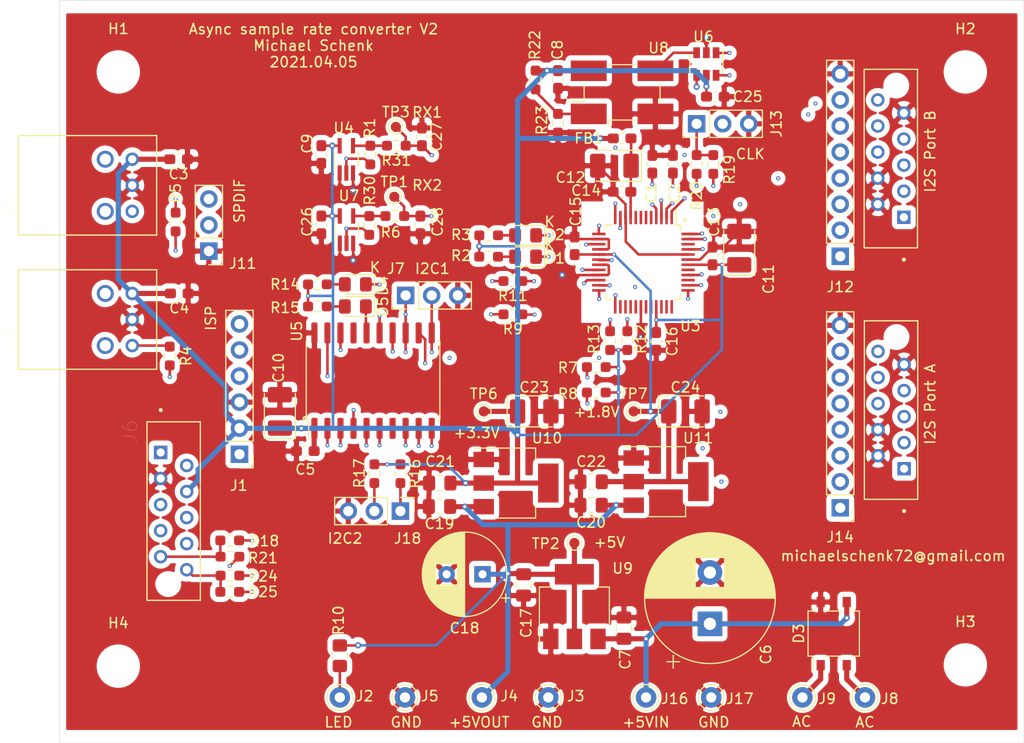
<source format=kicad_pcb>
(kicad_pcb (version 20171130) (host pcbnew "(5.1.9-0-10_14)")
  (layers (0 F.Cu mixed) (1 In1.Cu signal) (2 In2.Cu signal) (31 B.Cu mixed) (34 B.Paste user) (35 F.Paste user) (36 B.SilkS user) (37 F.SilkS user) (38 B.Mask user) (39 F.Mask user) (44 Edge.Cuts user))
  (net 0 "")
  (net 1 "Net-(C1-Pad2)")
  (net 2 GND)
  (net 3 +3V3)
  (net 4 "Net-(D1-Pad2)")
  (net 5 "Net-(D1-Pad1)")
  (net 6 "Net-(D2-Pad2)")
  (net 7 "Net-(D2-Pad1)")
  (net 8 "Net-(C6-Pad1)")
  (net 9 "Net-(D3-Pad2)")
  (net 10 "Net-(D3-Pad1)")
  (net 11 "Net-(J1-Pad5)")
  (net 12 "Net-(J1-Pad4)")
  (net 13 "Net-(J1-Pad1)")
  (net 14 "Net-(J2-Pad1)")
  (net 15 SCL)
  (net 16 SDA)
  (net 17 +1V8)
  (net 18 "Net-(C2-Pad1)")
  (net 19 "Net-(C17-Pad1)")
  (net 20 "Net-(R12-Pad1)")
  (net 21 "Net-(R13-Pad1)")
  (net 22 RESET)
  (net 23 "Net-(R9-Pad1)")
  (net 24 "Net-(R11-Pad1)")
  (net 25 BCKB)
  (net 26 LRCKB)
  (net 27 SDOUTB)
  (net 28 "Net-(J11-Pad3)")
  (net 29 "Net-(J11-Pad2)")
  (net 30 "Net-(J13-Pad2)")
  (net 31 "Net-(R19-Pad1)")
  (net 32 "Net-(R22-Pad1)")
  (net 33 BCKA)
  (net 34 LRCKA)
  (net 35 SDOUTA)
  (net 36 MCLK1)
  (net 37 MCLK3)
  (net 38 "Net-(R20-Pad1)")
  (net 39 MCLK2)
  (net 40 "Net-(U6-Pad3)")
  (net 41 "Net-(C27-Pad2)")
  (net 42 "Net-(C28-Pad2)")
  (net 43 "Net-(R1-Pad2)")
  (net 44 "Net-(R30-Pad2)")
  (net 45 "Net-(C12-Pad1)")
  (net 46 RC4)
  (net 47 RC5)
  (net 48 "Net-(D4-Pad2)")
  (net 49 "Net-(D4-Pad1)")
  (net 50 "Net-(D5-Pad2)")
  (net 51 "Net-(D5-Pad1)")
  (net 52 RA4)
  (net 53 RA5)
  (net 54 "Net-(J6-Pad1)")
  (net 55 "Net-(J6-Pad2)")
  (net 56 RC6)
  (net 57 SDA2)
  (net 58 SCL2)
  (net 59 "Net-(J6-Pad10)")
  (net 60 RC7)
  (net 61 "Net-(J6-Pad9)")
  (module kicad-snk:PLR135-T10_PLT133-T10W (layer F.Cu) (at 112.395 85.725 90)
    (fp_text reference U2 (at -1.827255 -9.646905 90) (layer F.SilkS) (effects (font (size 1.001236 1.001236) (thickness 0.015))))
    (fp_text value PLR135-T10)
    (pad 1 thru_hole circle (at 2.54 2.63 90) (size 1.308 1.308) (drill 0.8) (layers *.Cu *.Mask) (net 3 +3V3))
    (pad 2 thru_hole circle (at 0 2.63 90) (size 1.308 1.308) (drill 0.8) (layers *.Cu *.Mask) (net 2 GND))
    (pad 3 thru_hole circle (at -2.54 2.63 90) (size 1.308 1.308) (drill 0.8) (layers *.Cu *.Mask) (net 29 "Net-(J11-Pad2)"))
    (pad NC2 thru_hole circle (at -2.54 0 90) (size 1.65 1.65) (drill 1.1) (layers *.Cu *.Mask))
    (pad NC1 thru_hole circle (at 2.54 0 90) (size 1.65 1.65) (drill 1.1) (layers *.Cu *.Mask))
  )
  (module kicad-snk:PLR135-T10_PLT133-T10W (layer F.Cu) (at 112.395 72.644 90)
    (fp_text reference U1 (at -1.827255 -9.646905 90) (layer F.SilkS) (effects (font (size 1.001236 1.001236) (thickness 0.015))))
    (fp_text value PLR135-T10)
    (pad 1 thru_hole circle (at 2.54 2.63 90) (size 1.308 1.308) (drill 0.8) (layers *.Cu *.Mask) (net 3 +3V3))
    (pad 2 thru_hole circle (at 0 2.63 90) (size 1.308 1.308) (drill 0.8) (layers *.Cu *.Mask) (net 2 GND))
    (pad 3 thru_hole circle (at -2.54 2.63 90) (size 1.308 1.308) (drill 0.8) (layers *.Cu *.Mask) (net 28 "Net-(J11-Pad3)"))
    (pad NC2 thru_hole circle (at -2.54 0 90) (size 1.65 1.65) (drill 1.1) (layers *.Cu *.Mask))
    (pad NC1 thru_hole circle (at 2.54 0 90) (size 1.65 1.65) (drill 1.1) (layers *.Cu *.Mask))
  )
  (module TestPoint:TestPoint_Pad_D1.0mm (layer F.Cu) (at 158.115 107.5055)
    (fp_text reference TP2 (at -2.794 0.0635) (layer F.SilkS))
    (fp_text value 5V)
    (pad 1 smd circle (at 0 0) (size 1 1) (layers F.Cu F.Mask) (net 19 "Net-(C17-Pad1)"))
  )
  (module Resistor_SMD:R_0603_1608Metric_Pad0.98x0.95mm_HandSolder (layer F.Cu) (at 124.547 110.6805 180)
    (fp_text reference R25 (at -3.215 -1.5875) (layer F.SilkS))
    (fp_text value 0R)
    (pad 2 smd roundrect (at 0.9125 0 180) (size 0.975 0.95) (layers F.Cu F.Paste F.Mask) (net 59 "Net-(J6-Pad10)"))
    (pad 1 smd roundrect (at -0.9125 0 180) (size 0.975 0.95) (layers F.Cu F.Paste F.Mask) (net 60 RC7))
  )
  (module Resistor_SMD:R_0603_1608Metric_Pad0.98x0.95mm_HandSolder (layer F.Cu) (at 124.5235 112.268)
    (fp_text reference R24 (at 3.2385 -1.524) (layer F.SilkS))
    (fp_text value 0R)
    (pad 2 smd roundrect (at 0.9125 0) (size 0.975 0.95) (layers F.Cu F.Paste F.Mask) (net 58 SCL2))
    (pad 1 smd roundrect (at -0.9125 0) (size 0.975 0.95) (layers F.Cu F.Paste F.Mask) (net 59 "Net-(J6-Pad10)"))
  )
  (module Resistor_SMD:R_0603_1608Metric_Pad0.98x0.95mm_HandSolder (layer F.Cu) (at 124.5235 107.2515 180)
    (fp_text reference R21 (at -3.2385 -1.7145) (layer F.SilkS))
    (fp_text value 0R)
    (pad 2 smd roundrect (at 0.9125 0 180) (size 0.975 0.95) (layers F.Cu F.Paste F.Mask) (net 61 "Net-(J6-Pad9)"))
    (pad 1 smd roundrect (at -0.9125 0 180) (size 0.975 0.95) (layers F.Cu F.Paste F.Mask) (net 56 RC6))
  )
  (module Resistor_SMD:R_0603_1608Metric_Pad0.98x0.95mm_HandSolder (layer F.Cu) (at 124.547 108.839)
    (fp_text reference R18 (at 3.342 -1.524) (layer F.SilkS))
    (fp_text value 0R)
    (pad 2 smd roundrect (at 0.9125 0) (size 0.975 0.95) (layers F.Cu F.Paste F.Mask) (net 57 SDA2))
    (pad 1 smd roundrect (at -0.9125 0) (size 0.975 0.95) (layers F.Cu F.Paste F.Mask) (net 61 "Net-(J6-Pad9)"))
  )
  (module Resistor_SMD:R_0603_1608Metric_Pad0.98x0.95mm_HandSolder (layer F.Cu) (at 138.6205 100.751 270)
    (fp_text reference R17 (at -0.04 1.4605 90) (layer F.SilkS))
    (fp_text value 4K99)
    (pad 2 smd roundrect (at 0.9125 0 270) (size 0.975 0.95) (layers F.Cu F.Paste F.Mask) (net 58 SCL2))
    (pad 1 smd roundrect (at -0.9125 0 270) (size 0.975 0.95) (layers F.Cu F.Paste F.Mask) (net 3 +3V3))
  )
  (module Resistor_SMD:R_0603_1608Metric_Pad0.98x0.95mm_HandSolder (layer F.Cu) (at 141.1605 100.751 270)
    (fp_text reference R16 (at 0 -1.43 90) (layer F.SilkS))
    (fp_text value 4K99)
    (pad 2 smd roundrect (at 0.9125 0 270) (size 0.975 0.95) (layers F.Cu F.Paste F.Mask) (net 57 SDA2))
    (pad 1 smd roundrect (at -0.9125 0 270) (size 0.975 0.95) (layers F.Cu F.Paste F.Mask) (net 3 +3V3))
  )
  (module Connector_PinHeader_2.54mm:PinHeader_1x03_P2.54mm_Vertical (layer F.Cu) (at 141.1605 104.394 270)
    (fp_text reference J18 (at 2.667 -0.6985 180) (layer F.SilkS))
    (fp_text value I2C2)
    (pad 3 thru_hole oval (at 0 5.08 270) (size 1.7 1.7) (drill 1) (layers *.Cu *.Mask) (net 2 GND))
    (pad 2 thru_hole oval (at 0 2.54 270) (size 1.7 1.7) (drill 1) (layers *.Cu *.Mask) (net 58 SCL2))
    (pad 1 thru_hole rect (at 0 0 270) (size 1.7 1.7) (drill 1) (layers *.Cu *.Mask) (net 57 SDA2))
  )
  (module Resistor_SMD:R_0603_1608Metric_Pad0.98x0.95mm_HandSolder (layer F.Cu) (at 133.0725 84.455)
    (fp_text reference R15 (at -3.1515 0.127) (layer F.SilkS))
    (fp_text value 330R)
    (pad 2 smd roundrect (at 0.9125 0) (size 0.975 0.95) (layers F.Cu F.Paste F.Mask) (net 50 "Net-(D5-Pad2)"))
    (pad 1 smd roundrect (at -0.9125 0) (size 0.975 0.95) (layers F.Cu F.Paste F.Mask) (net 3 +3V3))
  )
  (module Resistor_SMD:R_0603_1608Metric_Pad0.98x0.95mm_HandSolder (layer F.Cu) (at 133.0725 82.296)
    (fp_text reference R14 (at -3.1515 0) (layer F.SilkS))
    (fp_text value 330R)
    (pad 2 smd roundrect (at 0.9125 0) (size 0.975 0.95) (layers F.Cu F.Paste F.Mask) (net 48 "Net-(D4-Pad2)"))
    (pad 1 smd roundrect (at -0.9125 0) (size 0.975 0.95) (layers F.Cu F.Paste F.Mask) (net 3 +3V3))
  )
  (module LED_SMD:LED_0805_2012Metric_Pad1.15x1.40mm_HandSolder (layer F.Cu) (at 136.77 84.455 180)
    (fp_text reference D5 (at -2.676 0 90) (layer F.SilkS))
    (fp_text value LED)
    (pad 2 smd roundrect (at 1.025 0 180) (size 1.15 1.4) (layers F.Cu F.Paste F.Mask) (roundrect_rratio 0.2173904347826087) (net 50 "Net-(D5-Pad2)"))
    (pad 1 smd roundrect (at -1.025 0 180) (size 1.15 1.4) (layers F.Cu F.Paste F.Mask) (roundrect_rratio 0.2173904347826087) (net 51 "Net-(D5-Pad1)"))
  )
  (module LED_SMD:LED_0805_2012Metric_Pad1.15x1.40mm_HandSolder (layer F.Cu) (at 136.77 82.296 180)
    (fp_text reference D4 (at -2.676 -0.127 90) (layer F.SilkS))
    (fp_text value LED)
    (pad 2 smd roundrect (at 1.025 0 180) (size 1.15 1.4) (layers F.Cu F.Paste F.Mask) (roundrect_rratio 0.2173904347826087) (net 48 "Net-(D4-Pad2)"))
    (pad 1 smd roundrect (at -1.025 0 180) (size 1.15 1.4) (layers F.Cu F.Paste F.Mask) (roundrect_rratio 0.2173904347826087) (net 49 "Net-(D4-Pad1)"))
  )
  (module Resistor_SMD:R_0603_1608Metric_Pad0.98x0.95mm_HandSolder (layer F.Cu) (at 119.253 76.2235 90)
    (fp_text reference R5 (at 2.8175 0 90) (layer F.SilkS))
    (fp_text value 0R)
    (pad 2 smd roundrect (at 0.9125 0 90) (size 0.975 0.95) (layers F.Cu F.Paste F.Mask) (net 28 "Net-(J11-Pad3)"))
    (pad 1 smd roundrect (at -0.9125 0 90) (size 0.975 0.95) (layers F.Cu F.Paste F.Mask) (net 55 "Net-(J6-Pad2)"))
  )
  (module Resistor_SMD:R_0603_1608Metric_Pad0.98x0.95mm_HandSolder (layer F.Cu) (at 118.6815 89.281 270)
    (fp_text reference R4 (at 0 -1.5875 90) (layer F.SilkS))
    (fp_text value 0R)
    (pad 2 smd roundrect (at 0.9125 0 270) (size 0.975 0.95) (layers F.Cu F.Paste F.Mask) (net 54 "Net-(J6-Pad1)"))
    (pad 1 smd roundrect (at -0.9125 0 270) (size 0.975 0.95) (layers F.Cu F.Paste F.Mask) (net 29 "Net-(J11-Pad2)"))
  )
  (module Capacitor_SMD:C_0603_1608Metric_Pad1.08x0.95mm_HandSolder (layer F.Cu) (at 162.7643 68.072)
    (fp_text reference FB1 (at -3.2523 0) (layer F.SilkS))
    (fp_text value Ferrite_Bead_Small)
    (pad 2 smd roundrect (at 0.8625 0) (size 1.075 0.95) (layers F.Cu F.Paste F.Mask) (net 45 "Net-(C12-Pad1)"))
    (pad 1 smd roundrect (at -0.8625 0) (size 1.075 0.95) (layers F.Cu F.Paste F.Mask) (net 3 +3V3))
  )
  (module Package_TO_SOT_SMD:SOT-353_SC-70-5_Handsoldering (layer F.Cu) (at 135.905 76.9655 90)
    (fp_text reference U7 (at 3.3055 0.239 180) (layer F.SilkS))
    (fp_text value 74LVC1G125)
    (pad 5 smd rect (at 1.33 -0.65 90) (size 1.5 0.4) (layers F.Cu F.Paste F.Mask) (net 3 +3V3))
    (pad 4 smd rect (at 1.33 0.65 90) (size 1.5 0.4) (layers F.Cu F.Paste F.Mask) (net 44 "Net-(R30-Pad2)"))
    (pad 3 smd rect (at -1.33 0.65 90) (size 1.5 0.4) (layers F.Cu F.Paste F.Mask) (net 2 GND))
    (pad 2 smd rect (at -1.33 0 90) (size 1.5 0.4) (layers F.Cu F.Paste F.Mask) (net 29 "Net-(J11-Pad2)"))
    (pad 1 smd rect (at -1.33 -0.65 90) (size 1.5 0.4) (layers F.Cu F.Paste F.Mask) (net 2 GND))
  )
  (module Package_TO_SOT_SMD:SOT-353_SC-70-5_Handsoldering (layer F.Cu) (at 135.89 70.1202 90)
    (fp_text reference U4 (at 3.0642 -0.254 180) (layer F.SilkS))
    (fp_text value 74LVC1G125)
    (pad 5 smd rect (at 1.33 -0.65 90) (size 1.5 0.4) (layers F.Cu F.Paste F.Mask) (net 3 +3V3))
    (pad 4 smd rect (at 1.33 0.65 90) (size 1.5 0.4) (layers F.Cu F.Paste F.Mask) (net 43 "Net-(R1-Pad2)"))
    (pad 3 smd rect (at -1.33 0.65 90) (size 1.5 0.4) (layers F.Cu F.Paste F.Mask) (net 2 GND))
    (pad 2 smd rect (at -1.33 0 90) (size 1.5 0.4) (layers F.Cu F.Paste F.Mask) (net 28 "Net-(J11-Pad3)"))
    (pad 1 smd rect (at -1.33 -0.65 90) (size 1.5 0.4) (layers F.Cu F.Paste F.Mask) (net 2 GND))
  )
  (module Resistor_SMD:R_0603_1608Metric_Pad0.98x0.95mm_HandSolder (layer F.Cu) (at 140.7649 68.7832 180)
    (fp_text reference R31 (at 0 -1.43) (layer F.SilkS))
    (fp_text value 33R)
    (pad 2 smd roundrect (at 0.9125 0 180) (size 0.975 0.95) (layers F.Cu F.Paste F.Mask) (net 43 "Net-(R1-Pad2)"))
    (pad 1 smd roundrect (at -0.9125 0 180) (size 0.975 0.95) (layers F.Cu F.Paste F.Mask) (net 41 "Net-(C27-Pad2)"))
  )
  (module Resistor_SMD:R_0603_1608Metric_Pad0.98x0.95mm_HandSolder (layer F.Cu) (at 138.1252 76.5575 90)
    (fp_text reference R30 (at 3.4055 0.0508 90) (layer F.SilkS))
    (fp_text value 0R)
    (pad 2 smd roundrect (at 0.9125 0 90) (size 0.975 0.95) (layers F.Cu F.Paste F.Mask) (net 44 "Net-(R30-Pad2)"))
    (pad 1 smd roundrect (at -0.9125 0 90) (size 0.975 0.95) (layers F.Cu F.Paste F.Mask) (net 29 "Net-(J11-Pad2)"))
  )
  (module Resistor_SMD:R_0603_1608Metric_Pad0.98x0.95mm_HandSolder (layer F.Cu) (at 138.2268 69.6957 90)
    (fp_text reference R1 (at 2.6397 -0.0508 90) (layer F.SilkS))
    (fp_text value 0R)
    (pad 2 smd roundrect (at 0.9125 0 90) (size 0.975 0.95) (layers F.Cu F.Paste F.Mask) (net 43 "Net-(R1-Pad2)"))
    (pad 1 smd roundrect (at -0.9125 0 90) (size 0.975 0.95) (layers F.Cu F.Paste F.Mask) (net 28 "Net-(J11-Pad3)"))
  )
  (module Capacitor_SMD:C_0603_1608Metric_Pad1.08x0.95mm_HandSolder (layer F.Cu) (at 143.1036 76.5037 90)
    (fp_text reference C28 (at 0.3037 1.6764 90) (layer F.SilkS))
    (fp_text value 33pF)
    (pad 2 smd roundrect (at 0.8625 0 90) (size 1.075 0.95) (layers F.Cu F.Paste F.Mask) (net 42 "Net-(C28-Pad2)"))
    (pad 1 smd roundrect (at -0.8625 0 90) (size 1.075 0.95) (layers F.Cu F.Paste F.Mask) (net 2 GND))
  )
  (module Capacitor_SMD:C_0603_1608Metric_Pad1.08x0.95mm_HandSolder (layer F.Cu) (at 143.256 67.9207 270)
    (fp_text reference C27 (at 0 -1.43 90) (layer F.SilkS))
    (fp_text value 33pF)
    (pad 2 smd roundrect (at 0.8625 0 270) (size 1.075 0.95) (layers F.Cu F.Paste F.Mask) (net 41 "Net-(C27-Pad2)"))
    (pad 1 smd roundrect (at -0.8625 0 270) (size 1.075 0.95) (layers F.Cu F.Paste F.Mask) (net 2 GND))
  )
  (module Capacitor_SMD:C_0603_1608Metric_Pad1.08x0.95mm_HandSolder (layer F.Cu) (at 133.4516 76.5037 270)
    (fp_text reference C26 (at -0.3037 1.3716 90) (layer F.SilkS))
    (fp_text value 100nF)
    (pad 2 smd roundrect (at 0.8625 0 270) (size 1.075 0.95) (layers F.Cu F.Paste F.Mask) (net 2 GND))
    (pad 1 smd roundrect (at -0.8625 0 270) (size 1.075 0.95) (layers F.Cu F.Paste F.Mask) (net 3 +3V3))
  )
  (module Capacitor_SMD:C_0603_1608Metric_Pad1.08x0.95mm_HandSolder (layer F.Cu) (at 133.4516 69.6457 270)
    (fp_text reference C9 (at -1.0657 1.3716 90) (layer F.SilkS))
    (fp_text value 100nF)
    (pad 2 smd roundrect (at 0.8625 0 270) (size 1.075 0.95) (layers F.Cu F.Paste F.Mask) (net 2 GND))
    (pad 1 smd roundrect (at -0.8625 0 270) (size 1.075 0.95) (layers F.Cu F.Paste F.Mask) (net 3 +3V3))
  )
  (module Package_TO_SOT_SMD:SOT-23-6 (layer F.Cu) (at 170.9776 60.8252 270)
    (fp_text reference U6 (at -2.6592 0.2896 180) (layer F.SilkS))
    (fp_text value PL133-37TI-R)
    (pad 5 smd rect (at 1.1 0 270) (size 1.06 0.65) (layers F.Cu F.Paste F.Mask) (net 3 +3V3))
    (pad 6 smd rect (at 1.1 -0.95 270) (size 1.06 0.65) (layers F.Cu F.Paste F.Mask) (net 39 MCLK2))
    (pad 4 smd rect (at 1.1 0.95 270) (size 1.06 0.65) (layers F.Cu F.Paste F.Mask) (net 36 MCLK1))
    (pad 3 smd rect (at -1.1 0.95 270) (size 1.06 0.65) (layers F.Cu F.Paste F.Mask) (net 40 "Net-(U6-Pad3)"))
    (pad 2 smd rect (at -1.1 0 270) (size 1.06 0.65) (layers F.Cu F.Paste F.Mask) (net 2 GND))
    (pad 1 smd rect (at -1.1 -0.95 270) (size 1.06 0.65) (layers F.Cu F.Paste F.Mask) (net 37 MCLK3))
  )
  (module Capacitor_SMD:C_0603_1608Metric_Pad1.08x0.95mm_HandSolder (layer F.Cu) (at 171.8553 64.008 180)
    (fp_text reference C25 (at -3.1507 0) (layer F.SilkS))
    (fp_text value 100nF)
    (pad 2 smd roundrect (at 0.8625 0 180) (size 1.075 0.95) (layers F.Cu F.Paste F.Mask) (net 3 +3V3))
    (pad 1 smd roundrect (at -0.8625 0 180) (size 1.075 0.95) (layers F.Cu F.Paste F.Mask) (net 2 GND))
  )
  (module Resistor_SMD:R_0603_1608Metric_Pad0.98x0.95mm_HandSolder (layer F.Cu) (at 156.5148 66.5969 90)
    (fp_text reference R23 (at 0.3029 -1.5748 90) (layer F.SilkS))
    (fp_text value NC)
    (pad 2 smd roundrect (at 0.9125 0 90) (size 0.975 0.95) (layers F.Cu F.Paste F.Mask) (net 32 "Net-(R22-Pad1)"))
    (pad 1 smd roundrect (at -0.9125 0 90) (size 0.975 0.95) (layers F.Cu F.Paste F.Mask) (net 2 GND))
  )
  (module Resistor_SMD:R_0603_1608Metric_Pad0.98x0.95mm_HandSolder (layer F.Cu) (at 154.3304 62.3805 90)
    (fp_text reference R22 (at 3.4055 -0.0635 90) (layer F.SilkS))
    (fp_text value 4K99)
    (pad 2 smd roundrect (at 0.9125 0 90) (size 0.975 0.95) (layers F.Cu F.Paste F.Mask) (net 3 +3V3))
    (pad 1 smd roundrect (at -0.9125 0 90) (size 0.975 0.95) (layers F.Cu F.Paste F.Mask) (net 32 "Net-(R22-Pad1)"))
  )
  (module Resistor_SMD:R_0603_1608Metric_Pad0.98x0.95mm_HandSolder (layer F.Cu) (at 170.0276 70.6139 90)
    (fp_text reference R20 (at -3.0461 0 90) (layer F.SilkS))
    (fp_text value 0R)
    (pad 2 smd roundrect (at 0.9125 0 90) (size 0.975 0.95) (layers F.Cu F.Paste F.Mask) (net 36 MCLK1))
    (pad 1 smd roundrect (at -0.9125 0 90) (size 0.975 0.95) (layers F.Cu F.Paste F.Mask) (net 38 "Net-(R20-Pad1)"))
  )
  (module Resistor_SMD:R_0603_1608Metric_Pad0.98x0.95mm_HandSolder (layer F.Cu) (at 171.6532 70.6139 90)
    (fp_text reference R19 (at -0.5061 1.5748 90) (layer F.SilkS))
    (fp_text value NC)
    (pad 2 smd roundrect (at 0.9125 0 90) (size 0.975 0.95) (layers F.Cu F.Paste F.Mask) (net 36 MCLK1))
    (pad 1 smd roundrect (at -0.9125 0 90) (size 0.975 0.95) (layers F.Cu F.Paste F.Mask) (net 31 "Net-(R19-Pad1)"))
  )
  (module Resistor_SMD:R_0603_1608Metric_Pad0.98x0.95mm_HandSolder (layer F.Cu) (at 161.5948 87.7805 270)
    (fp_text reference R13 (at -0.1505 1.5748 90) (layer F.SilkS))
    (fp_text value 4k99)
    (pad 2 smd roundrect (at 0.9125 0 270) (size 0.975 0.95) (layers F.Cu F.Paste F.Mask) (net 3 +3V3))
    (pad 1 smd roundrect (at -0.9125 0 270) (size 0.975 0.95) (layers F.Cu F.Paste F.Mask) (net 21 "Net-(R13-Pad1)"))
  )
  (module Resistor_SMD:R_0603_1608Metric_Pad0.98x0.95mm_HandSolder (layer F.Cu) (at 163.2712 87.7805 270)
    (fp_text reference R12 (at -0.1505 -1.3208 90) (layer F.SilkS))
    (fp_text value 1k)
    (pad 2 smd roundrect (at 0.9125 0 270) (size 0.975 0.95) (layers F.Cu F.Paste F.Mask) (net 3 +3V3))
    (pad 1 smd roundrect (at -0.9125 0 270) (size 0.975 0.95) (layers F.Cu F.Paste F.Mask) (net 20 "Net-(R12-Pad1)"))
  )
  (module Resistor_SMD:R_0603_1608Metric_Pad0.98x0.95mm_HandSolder (layer F.Cu) (at 152.1187 81.9785 180)
    (fp_text reference R11 (at 0 -1.43) (layer F.SilkS))
    (fp_text value 33R)
    (pad 2 smd roundrect (at 0.9125 0 180) (size 0.975 0.95) (layers F.Cu F.Paste F.Mask) (net 15 SCL))
    (pad 1 smd roundrect (at -0.9125 0 180) (size 0.975 0.95) (layers F.Cu F.Paste F.Mask) (net 24 "Net-(R11-Pad1)"))
  )
  (module Resistor_SMD:R_0603_1608Metric_Pad0.98x0.95mm_HandSolder (layer F.Cu) (at 152.1187 85.217 180)
    (fp_text reference R9 (at 0 -1.43) (layer F.SilkS))
    (fp_text value 33R)
    (pad 2 smd roundrect (at 0.9125 0 180) (size 0.975 0.95) (layers F.Cu F.Paste F.Mask) (net 16 SDA))
    (pad 1 smd roundrect (at -0.9125 0 180) (size 0.975 0.95) (layers F.Cu F.Paste F.Mask) (net 23 "Net-(R9-Pad1)"))
  )
  (module Resistor_SMD:R_0603_1608Metric_Pad0.98x0.95mm_HandSolder (layer F.Cu) (at 140.6125 75.6412 180)
    (fp_text reference R6 (at 0.4045 -1.5748) (layer F.SilkS))
    (fp_text value 33R)
    (pad 2 smd roundrect (at 0.9125 0 180) (size 0.975 0.95) (layers F.Cu F.Paste F.Mask) (net 44 "Net-(R30-Pad2)"))
    (pad 1 smd roundrect (at -0.9125 0 180) (size 0.975 0.95) (layers F.Cu F.Paste F.Mask) (net 42 "Net-(C28-Pad2)"))
  )
  (module Resistor_SMD:R_0603_1608Metric_Pad0.98x0.95mm_HandSolder (layer F.Cu) (at 149.7603 77.5208)
    (fp_text reference R3 (at -2.6943 -0.0508) (layer F.SilkS))
    (fp_text value 330R)
    (pad 2 smd roundrect (at 0.9125 0) (size 0.975 0.95) (layers F.Cu F.Paste F.Mask) (net 6 "Net-(D2-Pad2)"))
    (pad 1 smd roundrect (at -0.9125 0) (size 0.975 0.95) (layers F.Cu F.Paste F.Mask) (net 3 +3V3))
  )
  (module Resistor_SMD:R_0603_1608Metric_Pad0.98x0.95mm_HandSolder (layer F.Cu) (at 149.7565 79.6036)
    (fp_text reference R2 (at -2.6905 -0.1016) (layer F.SilkS))
    (fp_text value 330R)
    (pad 2 smd roundrect (at 0.9125 0) (size 0.975 0.95) (layers F.Cu F.Paste F.Mask) (net 4 "Net-(D1-Pad2)"))
    (pad 1 smd roundrect (at -0.9125 0) (size 0.975 0.95) (layers F.Cu F.Paste F.Mask) (net 3 +3V3))
  )
  (module Connector_Pin:Pin_D1.0mm_L10.0mm (layer F.Cu) (at 171.45 122.555)
    (fp_text reference J17 (at 2.794 0.127) (layer F.SilkS))
    (fp_text value GND)
    (pad 1 thru_hole circle (at 0 0) (size 2 2) (drill 1) (layers *.Cu *.Mask) (net 2 GND))
  )
  (module Connector_Pin:Pin_D1.0mm_L10.0mm (layer F.Cu) (at 165.1 122.555)
    (fp_text reference J16 (at 2.794 0.127) (layer F.SilkS))
    (fp_text value +5VIN)
    (pad 1 thru_hole circle (at 0 0) (size 2 2) (drill 1) (layers *.Cu *.Mask) (net 8 "Net-(C6-Pad1)"))
  )
  (module Resistor_SMD:R_0603_1608Metric_Pad0.98x0.95mm_HandSolder (layer F.Cu) (at 160.2505 92.837 180)
    (fp_text reference R8 (at 2.7705 -0.127) (layer F.SilkS))
    (fp_text value 4K99)
    (pad 2 smd roundrect (at 0.9125 0 180) (size 0.975 0.95) (layers F.Cu F.Paste F.Mask) (net 16 SDA))
    (pad 1 smd roundrect (at -0.9125 0 180) (size 0.975 0.95) (layers F.Cu F.Paste F.Mask) (net 3 +3V3))
  )
  (module Resistor_SMD:R_0603_1608Metric_Pad0.98x0.95mm_HandSolder (layer F.Cu) (at 160.2505 90.3605 180)
    (fp_text reference R7 (at 2.7705 -0.0635) (layer F.SilkS))
    (fp_text value 4K99)
    (pad 2 smd roundrect (at 0.9125 0 180) (size 0.975 0.95) (layers F.Cu F.Paste F.Mask) (net 15 SCL))
    (pad 1 smd roundrect (at -0.9125 0 180) (size 0.975 0.95) (layers F.Cu F.Paste F.Mask) (net 3 +3V3))
  )
  (module Capacitor_SMD:C_0603_1608Metric_Pad1.08x0.95mm_HandSolder (layer F.Cu) (at 166.0906 87.8575 90)
    (fp_text reference C16 (at 0 1.5494 90) (layer F.SilkS))
    (fp_text value 100nF)
    (pad 2 smd roundrect (at 0.8625 0 90) (size 1.075 0.95) (layers F.Cu F.Paste F.Mask) (net 3 +3V3))
    (pad 1 smd roundrect (at -0.8625 0 90) (size 1.075 0.95) (layers F.Cu F.Paste F.Mask) (net 2 GND))
  )
  (module Capacitor_SMD:C_0603_1608Metric_Pad1.08x0.95mm_HandSolder (layer F.Cu) (at 158.1404 78.5357 270)
    (fp_text reference C15 (at -3.3517 -0.1016 90) (layer F.SilkS))
    (fp_text value 100nF)
    (pad 2 smd roundrect (at 0.8625 0 270) (size 1.075 0.95) (layers F.Cu F.Paste F.Mask) (net 17 +1V8))
    (pad 1 smd roundrect (at -0.8625 0 270) (size 1.075 0.95) (layers F.Cu F.Paste F.Mask) (net 2 GND))
  )
  (module Capacitor_SMD:C_0603_1608Metric_Pad1.08x0.95mm_HandSolder (layer F.Cu) (at 162.7505 73.279)
    (fp_text reference C14 (at -3.4925 -0.127) (layer F.SilkS))
    (fp_text value 100nF)
    (pad 2 smd roundrect (at 0.8625 0) (size 1.075 0.95) (layers F.Cu F.Paste F.Mask) (net 45 "Net-(C12-Pad1)"))
    (pad 1 smd roundrect (at -0.8625 0) (size 1.075 0.95) (layers F.Cu F.Paste F.Mask) (net 2 GND))
  )
  (module Capacitor_SMD:C_0603_1608Metric_Pad1.08x0.95mm_HandSolder (layer F.Cu) (at 171.577 79.5285 270)
    (fp_text reference C13 (at -3.3285 -0.127 90) (layer F.SilkS))
    (fp_text value 100nF)
    (pad 2 smd roundrect (at 0.8625 0 270) (size 1.075 0.95) (layers F.Cu F.Paste F.Mask) (net 3 +3V3))
    (pad 1 smd roundrect (at -0.8625 0 270) (size 1.075 0.95) (layers F.Cu F.Paste F.Mask) (net 2 GND))
  )
  (module Capacitor_SMD:C_0603_1608Metric_Pad1.08x0.95mm_HandSolder (layer F.Cu) (at 156.5148 62.3327 270)
    (fp_text reference C8 (at -2.8967 0.0508 90) (layer F.SilkS))
    (fp_text value 100nF)
    (pad 2 smd roundrect (at 0.8625 0 270) (size 1.075 0.95) (layers F.Cu F.Paste F.Mask) (net 2 GND))
    (pad 1 smd roundrect (at -0.8625 0 270) (size 1.075 0.95) (layers F.Cu F.Paste F.Mask) (net 3 +3V3))
  )
  (module Capacitor_SMD:C_0603_1608Metric_Pad1.08x0.95mm_HandSolder (layer F.Cu) (at 131.8895 98.552)
    (fp_text reference C5 (at 0 1.778) (layer F.SilkS))
    (fp_text value 100nF)
    (pad 2 smd roundrect (at 0.8625 0) (size 1.075 0.95) (layers F.Cu F.Paste F.Mask) (net 3 +3V3))
    (pad 1 smd roundrect (at -0.8625 0) (size 1.075 0.95) (layers F.Cu F.Paste F.Mask) (net 2 GND))
  )
  (module Capacitor_SMD:C_0603_1608Metric_Pad1.08x0.95mm_HandSolder (layer F.Cu) (at 119.6075 83.185 180)
    (fp_text reference C4 (at 0 -1.43) (layer F.SilkS))
    (fp_text value 100nF)
    (pad 2 smd roundrect (at 0.8625 0 180) (size 1.075 0.95) (layers F.Cu F.Paste F.Mask) (net 3 +3V3))
    (pad 1 smd roundrect (at -0.8625 0 180) (size 1.075 0.95) (layers F.Cu F.Paste F.Mask) (net 2 GND))
  )
  (module Capacitor_SMD:C_0603_1608Metric_Pad1.08x0.95mm_HandSolder (layer F.Cu) (at 119.544 70.104 180)
    (fp_text reference C3 (at 0 -1.43) (layer F.SilkS))
    (fp_text value 100nF)
    (pad 2 smd roundrect (at 0.8625 0 180) (size 1.075 0.95) (layers F.Cu F.Paste F.Mask) (net 3 +3V3))
    (pad 1 smd roundrect (at -0.8625 0 180) (size 1.075 0.95) (layers F.Cu F.Paste F.Mask) (net 2 GND))
  )
  (module Capacitor_SMD:C_0603_1608Metric_Pad1.08x0.95mm_HandSolder (layer F.Cu) (at 167.7162 70.5877 90)
    (fp_text reference C2 (at -2.8183 0.1778 90) (layer F.SilkS))
    (fp_text value 100nF)
    (pad 2 smd roundrect (at 0.8625 0 90) (size 1.075 0.95) (layers F.Cu F.Paste F.Mask) (net 2 GND))
    (pad 1 smd roundrect (at -0.8625 0 90) (size 1.075 0.95) (layers F.Cu F.Paste F.Mask) (net 18 "Net-(C2-Pad1)"))
  )
  (module Capacitor_SMD:C_0603_1608Metric_Pad1.08x0.95mm_HandSolder (layer F.Cu) (at 165.7096 70.5877 270)
    (fp_text reference C1 (at 2.8183 0.1016 90) (layer F.SilkS))
    (fp_text value 100nF)
    (pad 2 smd roundrect (at 0.8625 0 270) (size 1.075 0.95) (layers F.Cu F.Paste F.Mask) (net 1 "Net-(C1-Pad2)"))
    (pad 1 smd roundrect (at -0.8625 0 270) (size 1.075 0.95) (layers F.Cu F.Paste F.Mask) (net 2 GND))
  )
  (module TestPoint:TestPoint_Pad_D1.0mm (layer F.Cu) (at 140.5636 73.7616)
    (fp_text reference TP1 (at 0 -1.448) (layer F.SilkS))
    (fp_text value RX2+)
    (pad 1 smd circle (at 0 0) (size 1 1) (layers F.Cu F.Mask) (net 42 "Net-(C28-Pad2)"))
  )
  (module kicad-snk:TE_CONN_RCPT_10POS_0.1_TIN_PCB (layer F.Cu) (at 190.246 100.2665 90)
    (fp_text reference J15 (at 1.40487 -5.69557 90) (layer F.SilkS) (effects (font (size 1.40137 1.40137) (thickness 0.015))))
    (fp_text value A)
    (pad 1 thru_hole rect (at 0 0 90) (size 1.308 1.308) (drill 0.8) (layers *.Cu *.Mask) (net 39 MCLK2))
    (pad 2 thru_hole circle (at 1.27 -2.54 90) (size 1.308 1.308) (drill 0.8) (layers *.Cu *.Mask) (net 2 GND))
    (pad 3 thru_hole circle (at 2.54 0 90) (size 1.308 1.308) (drill 0.8) (layers *.Cu *.Mask) (net 33 BCKA))
    (pad 4 thru_hole circle (at 3.81 -2.54 90) (size 1.308 1.308) (drill 0.8) (layers *.Cu *.Mask) (net 2 GND))
    (pad 5 thru_hole circle (at 5.08 0 90) (size 1.308 1.308) (drill 0.8) (layers *.Cu *.Mask) (net 34 LRCKA))
    (pad 6 thru_hole circle (at 6.35 -2.54 90) (size 1.308 1.308) (drill 0.8) (layers *.Cu *.Mask) (net 16 SDA))
    (pad 7 thru_hole circle (at 7.62 0 90) (size 1.308 1.308) (drill 0.8) (layers *.Cu *.Mask) (net 35 SDOUTA))
    (pad 8 thru_hole circle (at 8.89 -2.54 90) (size 1.308 1.308) (drill 0.8) (layers *.Cu *.Mask) (net 15 SCL))
    (pad 9 thru_hole circle (at 10.16 0 90) (size 1.308 1.308) (drill 0.8) (layers *.Cu *.Mask) (net 2 GND))
    (pad 10 thru_hole circle (at 11.43 -2.54 90) (size 1.308 1.308) (drill 0.8) (layers *.Cu *.Mask) (net 22 RESET))
    (pad None np_thru_hole circle (at 12.83 -0.74 90) (size 1.5 1.5) (drill 1.5) (layers *.Cu *.Mask))
  )
  (module Connector_PinHeader_2.54mm:PinHeader_1x08_P2.54mm_Vertical (layer F.Cu) (at 184.023 104.0765 180)
    (fp_text reference J14 (at 0 -2.8575) (layer F.SilkS))
    (fp_text value PORTA)
    (pad 8 thru_hole oval (at 0 17.78 180) (size 1.7 1.7) (drill 1) (layers *.Cu *.Mask) (net 2 GND))
    (pad 7 thru_hole oval (at 0 15.24 180) (size 1.7 1.7) (drill 1) (layers *.Cu *.Mask) (net 22 RESET))
    (pad 6 thru_hole oval (at 0 12.7 180) (size 1.7 1.7) (drill 1) (layers *.Cu *.Mask) (net 15 SCL))
    (pad 5 thru_hole oval (at 0 10.16 180) (size 1.7 1.7) (drill 1) (layers *.Cu *.Mask) (net 16 SDA))
    (pad 4 thru_hole oval (at 0 7.62 180) (size 1.7 1.7) (drill 1) (layers *.Cu *.Mask) (net 35 SDOUTA))
    (pad 3 thru_hole oval (at 0 5.08 180) (size 1.7 1.7) (drill 1) (layers *.Cu *.Mask) (net 34 LRCKA))
    (pad 2 thru_hole oval (at 0 2.54 180) (size 1.7 1.7) (drill 1) (layers *.Cu *.Mask) (net 33 BCKA))
    (pad 1 thru_hole rect (at 0 0 180) (size 1.7 1.7) (drill 1) (layers *.Cu *.Mask) (net 39 MCLK2))
  )
  (module Connector_PinHeader_2.54mm:PinHeader_1x03_P2.54mm_Vertical (layer F.Cu) (at 170.0276 66.6496 90)
    (fp_text reference J13 (at 0 7.7724 90) (layer F.SilkS))
    (fp_text value CLK)
    (pad 3 thru_hole oval (at 0 5.08 90) (size 1.7 1.7) (drill 1) (layers *.Cu *.Mask) (net 2 GND))
    (pad 2 thru_hole oval (at 0 2.54 90) (size 1.7 1.7) (drill 1) (layers *.Cu *.Mask) (net 30 "Net-(J13-Pad2)"))
    (pad 1 thru_hole rect (at 0 0 90) (size 1.7 1.7) (drill 1) (layers *.Cu *.Mask) (net 36 MCLK1))
  )
  (module Connector_PinHeader_2.54mm:PinHeader_1x03_P2.54mm_Vertical (layer F.Cu) (at 122.4915 79.0575 180)
    (fp_text reference J11 (at -3.302 -1.2065) (layer F.SilkS))
    (fp_text value IN)
    (pad 3 thru_hole oval (at 0 5.08 180) (size 1.7 1.7) (drill 1) (layers *.Cu *.Mask) (net 28 "Net-(J11-Pad3)"))
    (pad 2 thru_hole oval (at 0 2.54 180) (size 1.7 1.7) (drill 1) (layers *.Cu *.Mask) (net 29 "Net-(J11-Pad2)"))
    (pad 1 thru_hole rect (at 0 0 180) (size 1.7 1.7) (drill 1) (layers *.Cu *.Mask) (net 2 GND))
  )
  (module Connector_PinHeader_2.54mm:PinHeader_1x08_P2.54mm_Vertical (layer F.Cu) (at 184.023 79.5655 180)
    (fp_text reference J12 (at 0 -2.9845) (layer F.SilkS))
    (fp_text value PORTB)
    (pad 8 thru_hole oval (at 0 17.78 180) (size 1.7 1.7) (drill 1) (layers *.Cu *.Mask) (net 2 GND))
    (pad 7 thru_hole oval (at 0 15.24 180) (size 1.7 1.7) (drill 1) (layers *.Cu *.Mask) (net 22 RESET))
    (pad 6 thru_hole oval (at 0 12.7 180) (size 1.7 1.7) (drill 1) (layers *.Cu *.Mask) (net 15 SCL))
    (pad 5 thru_hole oval (at 0 10.16 180) (size 1.7 1.7) (drill 1) (layers *.Cu *.Mask) (net 16 SDA))
    (pad 4 thru_hole oval (at 0 7.62 180) (size 1.7 1.7) (drill 1) (layers *.Cu *.Mask) (net 27 SDOUTB))
    (pad 3 thru_hole oval (at 0 5.08 180) (size 1.7 1.7) (drill 1) (layers *.Cu *.Mask) (net 26 LRCKB))
    (pad 2 thru_hole oval (at 0 2.54 180) (size 1.7 1.7) (drill 1) (layers *.Cu *.Mask) (net 25 BCKB))
    (pad 1 thru_hole rect (at 0 0 180) (size 1.7 1.7) (drill 1) (layers *.Cu *.Mask) (net 37 MCLK3))
  )
  (module Connector_PinHeader_2.54mm:PinHeader_1x03_P2.54mm_Vertical (layer F.Cu) (at 141.6685 83.3755 90)
    (fp_text reference J7 (at 2.6035 -0.9525 180) (layer F.SilkS))
    (fp_text value I2C1)
    (pad 3 thru_hole oval (at 0 5.08 90) (size 1.7 1.7) (drill 1) (layers *.Cu *.Mask) (net 2 GND))
    (pad 2 thru_hole oval (at 0 2.54 90) (size 1.7 1.7) (drill 1) (layers *.Cu *.Mask) (net 15 SCL))
    (pad 1 thru_hole rect (at 0 0 90) (size 1.7 1.7) (drill 1) (layers *.Cu *.Mask) (net 16 SDA))
  )
  (module kicad-snk:TE_CONN_RCPT_10POS_0.1_TIN_PCB (layer F.Cu) (at 117.7925 98.679 270)
    (fp_text reference J6 (at -2.032 2.9845 90) (layer F.SilkS) (effects (font (size 1.40137 1.40137) (thickness 0.015))))
    (fp_text value IN)
    (pad 1 thru_hole rect (at 0 0 270) (size 1.308 1.308) (drill 0.8) (layers *.Cu *.Mask) (net 54 "Net-(J6-Pad1)"))
    (pad 2 thru_hole circle (at 1.27 -2.54 270) (size 1.308 1.308) (drill 0.8) (layers *.Cu *.Mask) (net 55 "Net-(J6-Pad2)"))
    (pad 3 thru_hole circle (at 2.54 0 270) (size 1.308 1.308) (drill 0.8) (layers *.Cu *.Mask) (net 2 GND))
    (pad 4 thru_hole circle (at 3.81 -2.54 270) (size 1.308 1.308) (drill 0.8) (layers *.Cu *.Mask) (net 3 +3V3))
    (pad 5 thru_hole circle (at 5.08 0 270) (size 1.308 1.308) (drill 0.8) (layers *.Cu *.Mask) (net 53 RA5))
    (pad 6 thru_hole circle (at 6.35 -2.54 270) (size 1.308 1.308) (drill 0.8) (layers *.Cu *.Mask) (net 52 RA4))
    (pad 7 thru_hole circle (at 7.62 0 270) (size 1.308 1.308) (drill 0.8) (layers *.Cu *.Mask) (net 47 RC5))
    (pad 8 thru_hole circle (at 8.89 -2.54 270) (size 1.308 1.308) (drill 0.8) (layers *.Cu *.Mask) (net 46 RC4))
    (pad 9 thru_hole circle (at 10.16 0 270) (size 1.308 1.308) (drill 0.8) (layers *.Cu *.Mask) (net 61 "Net-(J6-Pad9)"))
    (pad 10 thru_hole circle (at 11.43 -2.54 270) (size 1.308 1.308) (drill 0.8) (layers *.Cu *.Mask) (net 59 "Net-(J6-Pad10)"))
    (pad None np_thru_hole circle (at 12.83 -0.74 270) (size 1.5 1.5) (drill 1.5) (layers *.Cu *.Mask))
  )
  (module Package_TO_SOT_SMD:SOT-223-3_TabPin2 (layer F.Cu) (at 167.0435 101.5225)
    (fp_text reference U11 (at 3.1365 -4.2405) (layer F.SilkS))
    (fp_text value TLV1117-18)
    (pad 1 smd rect (at -3.15 -2.3) (size 2 1.5) (layers F.Cu F.Paste F.Mask) (net 2 GND))
    (pad 3 smd rect (at -3.15 2.3) (size 2 1.5) (layers F.Cu F.Paste F.Mask) (net 19 "Net-(C17-Pad1)"))
    (pad 2 smd rect (at -3.15 0) (size 2 1.5) (layers F.Cu F.Paste F.Mask) (net 17 +1V8))
    (pad 2 smd rect (at 3.15 0) (size 2 3.8) (layers F.Cu F.Paste F.Mask) (net 17 +1V8))
  )
  (module Package_TO_SOT_SMD:SOT-223-3_TabPin2 (layer F.Cu) (at 152.425 101.6635)
    (fp_text reference U10 (at 3.023 -4.3815) (layer F.SilkS))
    (fp_text value TLV1117-33)
    (pad 1 smd rect (at -3.15 -2.3) (size 2 1.5) (layers F.Cu F.Paste F.Mask) (net 2 GND))
    (pad 3 smd rect (at -3.15 2.3) (size 2 1.5) (layers F.Cu F.Paste F.Mask) (net 19 "Net-(C17-Pad1)"))
    (pad 2 smd rect (at -3.15 0) (size 2 1.5) (layers F.Cu F.Paste F.Mask) (net 3 +3V3))
    (pad 2 smd rect (at 3.15 0) (size 2 3.8) (layers F.Cu F.Paste F.Mask) (net 3 +3V3))
  )
  (module Package_TO_SOT_SMD:SOT-223-3_TabPin2 (layer F.Cu) (at 158.115 113.7035 90)
    (fp_text reference U9 (at 3.7215 4.699 180) (layer F.SilkS))
    (fp_text value TLV1117-50)
    (pad 1 smd rect (at -3.15 -2.3 90) (size 2 1.5) (layers F.Cu F.Paste F.Mask) (net 2 GND))
    (pad 3 smd rect (at -3.15 2.3 90) (size 2 1.5) (layers F.Cu F.Paste F.Mask) (net 8 "Net-(C6-Pad1)"))
    (pad 2 smd rect (at -3.15 0 90) (size 2 1.5) (layers F.Cu F.Paste F.Mask) (net 19 "Net-(C17-Pad1)"))
    (pad 2 smd rect (at 3.15 0 90) (size 2 3.8) (layers F.Cu F.Paste F.Mask) (net 19 "Net-(C17-Pad1)"))
  )
  (module Oscillator:Oscillator_SMD_EuroQuartz_XO91-4Pin_7.0x5.0mm_HandSoldering (layer F.Cu) (at 162.7644 63.5844)
    (fp_text reference U8 (at 3.556 -4.318) (layer F.SilkS))
    (fp_text value ASDMB-xxxMHz)
    (pad 4 smd rect (at -3.25 -2.1) (size 3.5 2) (layers F.Cu F.Paste F.Mask) (net 3 +3V3))
    (pad 3 smd rect (at 3.25 -2.1) (size 3.5 2) (layers F.Cu F.Paste F.Mask) (net 40 "Net-(U6-Pad3)"))
    (pad 2 smd rect (at 3.25 2.1) (size 3.5 2) (layers F.Cu F.Paste F.Mask) (net 2 GND))
    (pad 1 smd rect (at -3.25 2.1) (size 3.5 2) (layers F.Cu F.Paste F.Mask) (net 32 "Net-(R22-Pad1)"))
  )
  (module TestPoint:TestPoint_Pad_D1.0mm (layer F.Cu) (at 163.8935 94.6785)
    (fp_text reference TP7 (at 0 -1.7145) (layer F.SilkS))
    (fp_text value 1.8V)
    (pad 1 smd circle (at 0 0) (size 1 1) (layers F.Cu F.Mask) (net 17 +1V8))
  )
  (module TestPoint:TestPoint_Pad_D1.0mm (layer F.Cu) (at 149.2885 94.6785)
    (fp_text reference TP6 (at 0 -1.7145) (layer F.SilkS))
    (fp_text value 3.3V)
    (pad 1 smd circle (at 0 0) (size 1 1) (layers F.Cu F.Mask) (net 3 +3V3))
  )
  (module TestPoint:TestPoint_Pad_D1.0mm (layer F.Cu) (at 140.716 66.9544)
    (fp_text reference TP3 (at 0 -1.448) (layer F.SilkS))
    (fp_text value RX1+)
    (pad 1 smd circle (at 0 0) (size 1 1) (layers F.Cu F.Mask) (net 41 "Net-(C27-Pad2)"))
  )
  (module kicad-snk:TE_CONN_RCPT_10POS_0.1_TIN_PCB (layer F.Cu) (at 190.224 75.7555 90)
    (fp_text reference J10 (at 1.40487 -5.69557 90) (layer F.SilkS) (effects (font (size 1.40137 1.40137) (thickness 0.015))))
    (fp_text value B)
    (pad 1 thru_hole rect (at 0 0 90) (size 1.308 1.308) (drill 0.8) (layers *.Cu *.Mask) (net 37 MCLK3))
    (pad 2 thru_hole circle (at 1.27 -2.54 90) (size 1.308 1.308) (drill 0.8) (layers *.Cu *.Mask) (net 2 GND))
    (pad 3 thru_hole circle (at 2.54 0 90) (size 1.308 1.308) (drill 0.8) (layers *.Cu *.Mask) (net 25 BCKB))
    (pad 4 thru_hole circle (at 3.81 -2.54 90) (size 1.308 1.308) (drill 0.8) (layers *.Cu *.Mask) (net 2 GND))
    (pad 5 thru_hole circle (at 5.08 0 90) (size 1.308 1.308) (drill 0.8) (layers *.Cu *.Mask) (net 26 LRCKB))
    (pad 6 thru_hole circle (at 6.35 -2.54 90) (size 1.308 1.308) (drill 0.8) (layers *.Cu *.Mask) (net 16 SDA))
    (pad 7 thru_hole circle (at 7.62 0 90) (size 1.308 1.308) (drill 0.8) (layers *.Cu *.Mask) (net 27 SDOUTB))
    (pad 8 thru_hole circle (at 8.89 -2.54 90) (size 1.308 1.308) (drill 0.8) (layers *.Cu *.Mask) (net 15 SCL))
    (pad 9 thru_hole circle (at 10.16 0 90) (size 1.308 1.308) (drill 0.8) (layers *.Cu *.Mask) (net 2 GND))
    (pad 10 thru_hole circle (at 11.43 -2.54 90) (size 1.308 1.308) (drill 0.8) (layers *.Cu *.Mask) (net 22 RESET))
    (pad None np_thru_hole circle (at 12.83 -0.74 90) (size 1.5 1.5) (drill 1.5) (layers *.Cu *.Mask))
  )
  (module Capacitor_Tantalum_SMD:CP_EIA-3528-21_Kemet-B_Pad1.50x2.35mm_HandSolder (layer F.Cu) (at 168.936 94.6785)
    (fp_text reference C24 (at 0 -2.35) (layer F.SilkS))
    (fp_text value 10uF)
    (pad 2 smd roundrect (at 1.625 0) (size 1.5 2.35) (layers F.Cu F.Paste F.Mask) (roundrect_rratio 0.1666666666666667) (net 2 GND))
    (pad 1 smd roundrect (at -1.625 0) (size 1.5 2.35) (layers F.Cu F.Paste F.Mask) (roundrect_rratio 0.1666666666666667) (net 17 +1V8))
  )
  (module Capacitor_Tantalum_SMD:CP_EIA-3528-21_Kemet-B_Pad1.50x2.35mm_HandSolder (layer F.Cu) (at 154.204 94.6785)
    (fp_text reference C23 (at 0 -2.35) (layer F.SilkS))
    (fp_text value 10uF)
    (pad 2 smd roundrect (at 1.625 0) (size 1.5 2.35) (layers F.Cu F.Paste F.Mask) (roundrect_rratio 0.1666666666666667) (net 2 GND))
    (pad 1 smd roundrect (at -1.625 0) (size 1.5 2.35) (layers F.Cu F.Paste F.Mask) (roundrect_rratio 0.1666666666666667) (net 3 +3V3))
  )
  (module Capacitor_SMD:C_0805_2012Metric_Pad1.18x1.45mm_HandSolder (layer F.Cu) (at 159.7445 101.5365 180)
    (fp_text reference C22 (at 0 1.9685) (layer F.SilkS))
    (fp_text value 100nF)
    (pad 2 smd roundrect (at 1.0375 0 180) (size 1.175 1.45) (layers F.Cu F.Paste F.Mask) (roundrect_rratio 0.2127659574468085) (net 2 GND))
    (pad 1 smd roundrect (at -1.0375 0 180) (size 1.175 1.45) (layers F.Cu F.Paste F.Mask) (roundrect_rratio 0.2127659574468085) (net 17 +1V8))
  )
  (module Capacitor_SMD:C_0805_2012Metric_Pad1.18x1.45mm_HandSolder (layer F.Cu) (at 144.992 101.6635 180)
    (fp_text reference C21 (at -0.042 2.0955) (layer F.SilkS))
    (fp_text value 100nF)
    (pad 2 smd roundrect (at 1.0375 0 180) (size 1.175 1.45) (layers F.Cu F.Paste F.Mask) (roundrect_rratio 0.2127659574468085) (net 2 GND))
    (pad 1 smd roundrect (at -1.0375 0 180) (size 1.175 1.45) (layers F.Cu F.Paste F.Mask) (roundrect_rratio 0.2127659574468085) (net 3 +3V3))
  )
  (module Capacitor_SMD:C_0805_2012Metric_Pad1.18x1.45mm_HandSolder (layer F.Cu) (at 159.7445 103.8225 180)
    (fp_text reference C20 (at 0 -1.68) (layer F.SilkS))
    (fp_text value 330nF)
    (pad 2 smd roundrect (at 1.0375 0 180) (size 1.175 1.45) (layers F.Cu F.Paste F.Mask) (roundrect_rratio 0.2127659574468085) (net 2 GND))
    (pad 1 smd roundrect (at -1.0375 0 180) (size 1.175 1.45) (layers F.Cu F.Paste F.Mask) (roundrect_rratio 0.2127659574468085) (net 19 "Net-(C17-Pad1)"))
  )
  (module Capacitor_SMD:C_0805_2012Metric_Pad1.18x1.45mm_HandSolder (layer F.Cu) (at 144.9705 103.9495 180)
    (fp_text reference C19 (at 0 -1.68) (layer F.SilkS))
    (fp_text value 330nF)
    (pad 2 smd roundrect (at 1.0375 0 180) (size 1.175 1.45) (layers F.Cu F.Paste F.Mask) (roundrect_rratio 0.2127659574468085) (net 2 GND))
    (pad 1 smd roundrect (at -1.0375 0 180) (size 1.175 1.45) (layers F.Cu F.Paste F.Mask) (roundrect_rratio 0.2127659574468085) (net 19 "Net-(C17-Pad1)"))
  )
  (module Capacitor_THT:CP_Radial_D8.0mm_P3.50mm (layer F.Cu) (at 149.1615 110.5535 180)
    (fp_text reference C18 (at 1.75 -5.25) (layer F.SilkS))
    (fp_text value 100uF)
    (pad 2 thru_hole circle (at 3.5 0 180) (size 1.6 1.6) (drill 0.8) (layers *.Cu *.Mask) (net 2 GND))
    (pad 1 thru_hole rect (at 0 0 180) (size 1.6 1.6) (drill 0.8) (layers *.Cu *.Mask) (net 19 "Net-(C17-Pad1)"))
  )
  (module Capacitor_SMD:C_0805_2012Metric_Pad1.18x1.45mm_HandSolder (layer F.Cu) (at 153.162 111.591 270)
    (fp_text reference C17 (at 3.725 -0.254 90) (layer F.SilkS))
    (fp_text value 100nF)
    (pad 2 smd roundrect (at 1.0375 0 270) (size 1.175 1.45) (layers F.Cu F.Paste F.Mask) (roundrect_rratio 0.2127659574468085) (net 2 GND))
    (pad 1 smd roundrect (at -1.0375 0 270) (size 1.175 1.45) (layers F.Cu F.Paste F.Mask) (roundrect_rratio 0.2127659574468085) (net 19 "Net-(C17-Pad1)"))
  )
  (module Connector_PinHeader_2.54mm:PinHeader_1x06_P2.54mm_Vertical (layer F.Cu) (at 125.476 98.8568 180)
    (fp_text reference J1 (at 0.0635 -3.048) (layer F.SilkS))
    (fp_text value Conn_01x06_Male)
    (pad 6 thru_hole oval (at 0 12.7 180) (size 1.7 1.7) (drill 1) (layers *.Cu *.Mask))
    (pad 5 thru_hole oval (at 0 10.16 180) (size 1.7 1.7) (drill 1) (layers *.Cu *.Mask) (net 11 "Net-(J1-Pad5)"))
    (pad 4 thru_hole oval (at 0 7.62 180) (size 1.7 1.7) (drill 1) (layers *.Cu *.Mask) (net 12 "Net-(J1-Pad4)"))
    (pad 3 thru_hole oval (at 0 5.08 180) (size 1.7 1.7) (drill 1) (layers *.Cu *.Mask) (net 2 GND))
    (pad 2 thru_hole oval (at 0 2.54 180) (size 1.7 1.7) (drill 1) (layers *.Cu *.Mask) (net 3 +3V3))
    (pad 1 thru_hole rect (at 0 0 180) (size 1.7 1.7) (drill 1) (layers *.Cu *.Mask) (net 13 "Net-(J1-Pad1)"))
  )
  (module Capacitor_Tantalum_SMD:CP_EIA-3528-21_Kemet-B_Pad1.50x2.35mm_HandSolder (layer F.Cu) (at 162.0145 70.739 180)
    (fp_text reference C12 (at 4.2805 -1.143) (layer F.SilkS))
    (fp_text value 10uF)
    (pad 2 smd roundrect (at 1.625 0 180) (size 1.5 2.35) (layers F.Cu F.Paste F.Mask) (roundrect_rratio 0.1666666666666667) (net 2 GND))
    (pad 1 smd roundrect (at -1.625 0 180) (size 1.5 2.35) (layers F.Cu F.Paste F.Mask) (roundrect_rratio 0.1666666666666667) (net 45 "Net-(C12-Pad1)"))
  )
  (module Capacitor_Tantalum_SMD:CP_EIA-3528-21_Kemet-B_Pad1.50x2.35mm_HandSolder (layer F.Cu) (at 174.1805 78.766 90)
    (fp_text reference C11 (at -3.022 2.8575 90) (layer F.SilkS))
    (fp_text value 10uF)
    (pad 2 smd roundrect (at 1.625 0 90) (size 1.5 2.35) (layers F.Cu F.Paste F.Mask) (roundrect_rratio 0.1666666666666667) (net 2 GND))
    (pad 1 smd roundrect (at -1.625 0 90) (size 1.5 2.35) (layers F.Cu F.Paste F.Mask) (roundrect_rratio 0.1666666666666667) (net 3 +3V3))
  )
  (module Capacitor_Tantalum_SMD:CP_EIA-3528-21_Kemet-B_Pad1.50x2.35mm_HandSolder (layer F.Cu) (at 129.413 94.6785 90)
    (fp_text reference C10 (at 4.2545 -0.127 90) (layer F.SilkS))
    (fp_text value 10uF)
    (pad 2 smd roundrect (at 1.625 0 90) (size 1.5 2.35) (layers F.Cu F.Paste F.Mask) (roundrect_rratio 0.1666666666666667) (net 2 GND))
    (pad 1 smd roundrect (at -1.625 0 90) (size 1.5 2.35) (layers F.Cu F.Paste F.Mask) (roundrect_rratio 0.1666666666666667) (net 3 +3V3))
  )
  (module Package_SO:SOIC-20W_7.5x12.8mm_P1.27mm (layer F.Cu) (at 138.4935 91.6795 90)
    (fp_text reference U5 (at 4.8115 -7.4295 90) (layer F.SilkS))
    (fp_text value PIC16F18446-I/SO)
    (pad 20 smd roundrect (at 4.65 -5.715 90) (size 2.05 0.6) (layers F.Cu F.Paste F.Mask) (net 2 GND))
    (pad 19 smd roundrect (at 4.65 -4.445 90) (size 2.05 0.6) (layers F.Cu F.Paste F.Mask) (net 12 "Net-(J1-Pad4)"))
    (pad 18 smd roundrect (at 4.65 -3.175 90) (size 2.05 0.6) (layers F.Cu F.Paste F.Mask) (net 11 "Net-(J1-Pad5)"))
    (pad 17 smd roundrect (at 4.65 -1.905 90) (size 2.05 0.6) (layers F.Cu F.Paste F.Mask))
    (pad 16 smd roundrect (at 4.65 -0.635 90) (size 2.05 0.6) (layers F.Cu F.Paste F.Mask) (net 51 "Net-(D5-Pad1)"))
    (pad 15 smd roundrect (at 4.65 0.635 90) (size 2.05 0.6) (layers F.Cu F.Paste F.Mask) (net 49 "Net-(D4-Pad1)"))
    (pad 14 smd roundrect (at 4.65 1.905 90) (size 2.05 0.6) (layers F.Cu F.Paste F.Mask) (net 22 RESET))
    (pad 13 smd roundrect (at 4.65 3.175 90) (size 2.05 0.6) (layers F.Cu F.Paste F.Mask) (net 16 SDA))
    (pad 12 smd roundrect (at 4.65 4.445 90) (size 2.05 0.6) (layers F.Cu F.Paste F.Mask) (net 58 SCL2))
    (pad 11 smd roundrect (at 4.65 5.715 90) (size 2.05 0.6) (layers F.Cu F.Paste F.Mask) (net 15 SCL))
    (pad 10 smd roundrect (at -4.65 5.715 90) (size 2.05 0.6) (layers F.Cu F.Paste F.Mask) (net 57 SDA2))
    (pad 9 smd roundrect (at -4.65 4.445 90) (size 2.05 0.6) (layers F.Cu F.Paste F.Mask) (net 60 RC7))
    (pad 8 smd roundrect (at -4.65 3.175 90) (size 2.05 0.6) (layers F.Cu F.Paste F.Mask) (net 56 RC6))
    (pad 7 smd roundrect (at -4.65 1.905 90) (size 2.05 0.6) (layers F.Cu F.Paste F.Mask))
    (pad 6 smd roundrect (at -4.65 0.635 90) (size 2.05 0.6) (layers F.Cu F.Paste F.Mask) (net 46 RC4))
    (pad 5 smd roundrect (at -4.65 -0.635 90) (size 2.05 0.6) (layers F.Cu F.Paste F.Mask) (net 47 RC5))
    (pad 4 smd roundrect (at -4.65 -1.905 90) (size 2.05 0.6) (layers F.Cu F.Paste F.Mask) (net 13 "Net-(J1-Pad1)"))
    (pad 3 smd roundrect (at -4.65 -3.175 90) (size 2.05 0.6) (layers F.Cu F.Paste F.Mask) (net 52 RA4))
    (pad 2 smd roundrect (at -4.65 -4.445 90) (size 2.05 0.6) (layers F.Cu F.Paste F.Mask) (net 53 RA5))
    (pad 1 smd roundrect (at -4.65 -5.715 90) (size 2.05 0.6) (layers F.Cu F.Paste F.Mask) (net 3 +3V3))
  )
  (module Resistor_SMD:R_0805_2012Metric_Pad1.20x1.40mm_HandSolder (layer F.Cu) (at 135.255 118.491 90)
    (fp_text reference R10 (at 3.445 -0.127 90) (layer F.SilkS))
    (fp_text value 330R)
    (pad 2 smd roundrect (at 1 0 90) (size 1.2 1.4) (layers F.Cu F.Paste F.Mask) (roundrect_rratio 0.2083325) (net 19 "Net-(C17-Pad1)"))
    (pad 1 smd roundrect (at -1 0 90) (size 1.2 1.4) (layers F.Cu F.Paste F.Mask) (roundrect_rratio 0.2083325) (net 14 "Net-(J2-Pad1)"))
  )
  (module Connector_Pin:Pin_D1.0mm_L10.0mm (layer F.Cu) (at 180.34 122.555)
    (fp_text reference J9 (at 2.413 0.127) (layer F.SilkS))
    (fp_text value AC)
    (pad 1 thru_hole circle (at 0 0) (size 2 2) (drill 1) (layers *.Cu *.Mask) (net 10 "Net-(D3-Pad1)"))
  )
  (module Connector_Pin:Pin_D1.0mm_L10.0mm (layer F.Cu) (at 186.436 122.555)
    (fp_text reference J8 (at 2.413 0.127) (layer F.SilkS))
    (fp_text value AC)
    (pad 1 thru_hole circle (at 0 0) (size 2 2) (drill 1) (layers *.Cu *.Mask) (net 9 "Net-(D3-Pad2)"))
  )
  (module Connector_Pin:Pin_D1.0mm_L10.0mm (layer F.Cu) (at 141.605 122.555)
    (fp_text reference J5 (at 2.413 -0.127) (layer F.SilkS))
    (fp_text value GND)
    (pad 1 thru_hole circle (at 0 0) (size 2 2) (drill 1) (layers *.Cu *.Mask) (net 2 GND))
  )
  (module Connector_Pin:Pin_D1.0mm_L10.0mm (layer F.Cu) (at 149.098 122.555)
    (fp_text reference J4 (at 2.667 -0.127) (layer F.SilkS))
    (fp_text value +5VOUT)
    (pad 1 thru_hole circle (at 0 0) (size 2 2) (drill 1) (layers *.Cu *.Mask) (net 19 "Net-(C17-Pad1)"))
  )
  (module Connector_Pin:Pin_D1.0mm_L10.0mm (layer F.Cu) (at 155.575 122.555)
    (fp_text reference J3 (at 2.667 -0.127) (layer F.SilkS))
    (fp_text value GND)
    (pad 1 thru_hole circle (at 0 0) (size 2 2) (drill 1) (layers *.Cu *.Mask) (net 2 GND))
  )
  (module Connector_Pin:Pin_D1.0mm_L10.0mm (layer F.Cu) (at 135.255 122.555)
    (fp_text reference J2 (at 2.413 -0.127) (layer F.SilkS))
    (fp_text value LED)
    (pad 1 thru_hole circle (at 0 0) (size 2 2) (drill 1) (layers *.Cu *.Mask) (net 14 "Net-(J2-Pad1)"))
  )
  (module MountingHole:MountingHole_3.2mm_M3 (layer F.Cu) (at 113.665 119.507)
    (fp_text reference H4 (at 0 -4.2) (layer F.SilkS))
    (fp_text value MountingHole)
    (pad 1 np_thru_hole circle (at 0 0) (size 3.2 3.2) (drill 3.2) (layers *.Cu *.Mask))
  )
  (module MountingHole:MountingHole_3.2mm_M3 (layer F.Cu) (at 196.215 119.38)
    (fp_text reference H3 (at 0 -4.2) (layer F.SilkS))
    (fp_text value MountingHole)
    (pad 1 np_thru_hole circle (at 0 0) (size 3.2 3.2) (drill 3.2) (layers *.Cu *.Mask))
  )
  (module MountingHole:MountingHole_3.2mm_M3 (layer F.Cu) (at 196.215 61.595)
    (fp_text reference H2 (at 0 -4.2) (layer F.SilkS))
    (fp_text value MountingHole)
    (pad 1 np_thru_hole circle (at 0 0) (size 3.2 3.2) (drill 3.2) (layers *.Cu *.Mask))
  )
  (module MountingHole:MountingHole_3.2mm_M3 (layer F.Cu) (at 113.665 61.595)
    (fp_text reference H1 (at 0 -4.2) (layer F.SilkS))
    (fp_text value MountingHole)
    (pad 1 np_thru_hole circle (at 0 0) (size 3.2 3.2) (drill 3.2) (layers *.Cu *.Mask))
  )
  (module Package_TO_SOT_SMD:TO-269AA (layer F.Cu) (at 183.388 116.332 90)
    (fp_text reference D3 (at 0 -3.4 90) (layer F.SilkS))
    (fp_text value MB4S)
    (pad 4 smd rect (at 3.075 -1.27 90) (size 1 0.8) (layers F.Cu F.Paste F.Mask) (net 2 GND))
    (pad 3 smd rect (at 3.075 1.27 90) (size 1 0.8) (layers F.Cu F.Paste F.Mask) (net 8 "Net-(C6-Pad1)"))
    (pad 2 smd rect (at -3.075 1.27 90) (size 1 0.8) (layers F.Cu F.Paste F.Mask) (net 9 "Net-(D3-Pad2)"))
    (pad 1 smd rect (at -3.075 -1.27 90) (size 1 0.8) (layers F.Cu F.Paste F.Mask) (net 10 "Net-(D3-Pad1)"))
  )
  (module Capacitor_SMD:C_0805_2012Metric_Pad1.18x1.45mm_HandSolder (layer F.Cu) (at 162.941 115.8025 90)
    (fp_text reference C7 (at -3.0695 0.127 90) (layer F.SilkS))
    (fp_text value 330nF)
    (pad 2 smd roundrect (at 1.0375 0 90) (size 1.175 1.45) (layers F.Cu F.Paste F.Mask) (roundrect_rratio 0.2127659574468085) (net 2 GND))
    (pad 1 smd roundrect (at -1.0375 0 90) (size 1.175 1.45) (layers F.Cu F.Paste F.Mask) (roundrect_rratio 0.2127659574468085) (net 8 "Net-(C6-Pad1)"))
  )
  (module Capacitor_THT:CP_Radial_D12.5mm_P5.00mm (layer F.Cu) (at 171.323 115.3795 90)
    (fp_text reference C6 (at -2.9845 5.461 90) (layer F.SilkS))
    (fp_text value 1000uF)
    (pad 2 thru_hole circle (at 5 0 90) (size 2.4 2.4) (drill 1.2) (layers *.Cu *.Mask) (net 2 GND))
    (pad 1 thru_hole rect (at 0 0 90) (size 2.4 2.4) (drill 1.2) (layers *.Cu *.Mask) (net 8 "Net-(C6-Pad1)"))
  )
  (module Package_QFP:TQFP-48_7x7mm_P0.5mm (layer F.Cu) (at 164.846 80.137 270)
    (fp_text reference U3 (at 6.223 -4.572 180) (layer F.SilkS))
    (fp_text value SRC4382/SRC4392)
    (pad 48 smd rect (at -2.75 -4.35) (size 1.3 0.25) (layers F.Cu F.Paste F.Mask) (net 25 BCKB))
    (pad 47 smd rect (at -2.25 -4.35) (size 1.3 0.25) (layers F.Cu F.Paste F.Mask) (net 26 LRCKB))
    (pad 46 smd rect (at -1.75 -4.35) (size 1.3 0.25) (layers F.Cu F.Paste F.Mask))
    (pad 45 smd rect (at -1.25 -4.35) (size 1.3 0.25) (layers F.Cu F.Paste F.Mask) (net 27 SDOUTB))
    (pad 44 smd rect (at -0.75 -4.35) (size 1.3 0.25) (layers F.Cu F.Paste F.Mask) (net 2 GND))
    (pad 43 smd rect (at -0.25 -4.35) (size 1.3 0.25) (layers F.Cu F.Paste F.Mask) (net 2 GND))
    (pad 42 smd rect (at 0.25 -4.35) (size 1.3 0.25) (layers F.Cu F.Paste F.Mask) (net 3 +3V3))
    (pad 41 smd rect (at 0.75 -4.35) (size 1.3 0.25) (layers F.Cu F.Paste F.Mask))
    (pad 40 smd rect (at 1.25 -4.35) (size 1.3 0.25) (layers F.Cu F.Paste F.Mask) (net 35 SDOUTA))
    (pad 39 smd rect (at 1.75 -4.35) (size 1.3 0.25) (layers F.Cu F.Paste F.Mask))
    (pad 38 smd rect (at 2.25 -4.35) (size 1.3 0.25) (layers F.Cu F.Paste F.Mask) (net 34 LRCKA))
    (pad 37 smd rect (at 2.75 -4.35) (size 1.3 0.25) (layers F.Cu F.Paste F.Mask) (net 33 BCKA))
    (pad 36 smd rect (at 4.35 -2.75 270) (size 1.3 0.25) (layers F.Cu F.Paste F.Mask))
    (pad 35 smd rect (at 4.35 -2.25 270) (size 1.3 0.25) (layers F.Cu F.Paste F.Mask))
    (pad 34 smd rect (at 4.35 -1.75 270) (size 1.3 0.25) (layers F.Cu F.Paste F.Mask))
    (pad 33 smd rect (at 4.35 -1.25 270) (size 1.3 0.25) (layers F.Cu F.Paste F.Mask) (net 3 +3V3))
    (pad 32 smd rect (at 4.35 -0.75 270) (size 1.3 0.25) (layers F.Cu F.Paste F.Mask))
    (pad 31 smd rect (at 4.35 -0.25 270) (size 1.3 0.25) (layers F.Cu F.Paste F.Mask))
    (pad 30 smd rect (at 4.35 0.25 270) (size 1.3 0.25) (layers F.Cu F.Paste F.Mask) (net 2 GND))
    (pad 29 smd rect (at 4.35 0.75 270) (size 1.3 0.25) (layers F.Cu F.Paste F.Mask))
    (pad 28 smd rect (at 4.35 1.25 270) (size 1.3 0.25) (layers F.Cu F.Paste F.Mask))
    (pad 27 smd rect (at 4.35 1.75 270) (size 1.3 0.25) (layers F.Cu F.Paste F.Mask))
    (pad 26 smd rect (at 4.35 2.25 270) (size 1.3 0.25) (layers F.Cu F.Paste F.Mask))
    (pad 25 smd rect (at 4.35 2.75 270) (size 1.3 0.25) (layers F.Cu F.Paste F.Mask) (net 38 "Net-(R20-Pad1)"))
    (pad 24 smd rect (at 2.75 4.35) (size 1.3 0.25) (layers F.Cu F.Paste F.Mask) (net 22 RESET))
    (pad 23 smd rect (at 2.25 4.35) (size 1.3 0.25) (layers F.Cu F.Paste F.Mask) (net 21 "Net-(R13-Pad1)"))
    (pad 22 smd rect (at 1.75 4.35) (size 1.3 0.25) (layers F.Cu F.Paste F.Mask) (net 23 "Net-(R9-Pad1)"))
    (pad 21 smd rect (at 1.25 4.35) (size 1.3 0.25) (layers F.Cu F.Paste F.Mask) (net 2 GND))
    (pad 20 smd rect (at 0.75 4.35) (size 1.3 0.25) (layers F.Cu F.Paste F.Mask) (net 24 "Net-(R11-Pad1)"))
    (pad 19 smd rect (at 0.25 4.35) (size 1.3 0.25) (layers F.Cu F.Paste F.Mask) (net 2 GND))
    (pad 18 smd rect (at -0.25 4.35) (size 1.3 0.25) (layers F.Cu F.Paste F.Mask) (net 20 "Net-(R12-Pad1)"))
    (pad 17 smd rect (at -0.75 4.35) (size 1.3 0.25) (layers F.Cu F.Paste F.Mask) (net 17 +1V8))
    (pad 16 smd rect (at -1.25 4.35) (size 1.3 0.25) (layers F.Cu F.Paste F.Mask) (net 2 GND))
    (pad 15 smd rect (at -1.75 4.35) (size 1.3 0.25) (layers F.Cu F.Paste F.Mask) (net 5 "Net-(D1-Pad1)"))
    (pad 14 smd rect (at -2.25 4.35) (size 1.3 0.25) (layers F.Cu F.Paste F.Mask) (net 2 GND))
    (pad 13 smd rect (at -2.75 4.35) (size 1.3 0.25) (layers F.Cu F.Paste F.Mask) (net 31 "Net-(R19-Pad1)"))
    (pad 12 smd rect (at -4.35 2.75 270) (size 1.3 0.25) (layers F.Cu F.Paste F.Mask) (net 30 "Net-(J13-Pad2)"))
    (pad 11 smd rect (at -4.35 2.25 270) (size 1.3 0.25) (layers F.Cu F.Paste F.Mask) (net 7 "Net-(D2-Pad1)"))
    (pad 10 smd rect (at -4.35 1.75 270) (size 1.3 0.25) (layers F.Cu F.Paste F.Mask) (net 2 GND))
    (pad 9 smd rect (at -4.35 1.25 270) (size 1.3 0.25) (layers F.Cu F.Paste F.Mask) (net 45 "Net-(C12-Pad1)"))
    (pad 8 smd rect (at -4.35 0.75 270) (size 1.3 0.25) (layers F.Cu F.Paste F.Mask))
    (pad 7 smd rect (at -4.35 0.25 270) (size 1.3 0.25) (layers F.Cu F.Paste F.Mask))
    (pad 6 smd rect (at -4.35 -0.25 270) (size 1.3 0.25) (layers F.Cu F.Paste F.Mask))
    (pad 5 smd rect (at -4.35 -0.75 270) (size 1.3 0.25) (layers F.Cu F.Paste F.Mask))
    (pad 4 smd rect (at -4.35 -1.25 270) (size 1.3 0.25) (layers F.Cu F.Paste F.Mask) (net 1 "Net-(C1-Pad2)"))
    (pad 3 smd rect (at -4.35 -1.75 270) (size 1.3 0.25) (layers F.Cu F.Paste F.Mask) (net 42 "Net-(C28-Pad2)"))
    (pad 2 smd rect (at -4.35 -2.25 270) (size 1.3 0.25) (layers F.Cu F.Paste F.Mask) (net 18 "Net-(C2-Pad1)"))
    (pad 1 smd rect (at -4.35 -2.75 270) (size 1.3 0.25) (layers F.Cu F.Paste F.Mask) (net 41 "Net-(C27-Pad2)"))
  )
  (module LED_SMD:LED_0805_2012Metric_Pad1.15x1.40mm_HandSolder (layer F.Cu) (at 153.3562 77.5208 180)
    (fp_text reference D2 (at -2.8538 0.0508) (layer F.SilkS))
    (fp_text value LED)
    (pad 2 smd roundrect (at 1.025 0 180) (size 1.15 1.4) (layers F.Cu F.Paste F.Mask) (roundrect_rratio 0.2173904347826087) (net 6 "Net-(D2-Pad2)"))
    (pad 1 smd roundrect (at -1.025 0 180) (size 1.15 1.4) (layers F.Cu F.Paste F.Mask) (roundrect_rratio 0.2173904347826087) (net 7 "Net-(D2-Pad1)"))
  )
  (module LED_SMD:LED_0805_2012Metric_Pad1.15x1.40mm_HandSolder (layer F.Cu) (at 153.3562 79.6036 180)
    (fp_text reference D1 (at -2.8538 -0.1524) (layer F.SilkS))
    (fp_text value LED)
    (pad 2 smd roundrect (at 1.025 0 180) (size 1.15 1.4) (layers F.Cu F.Paste F.Mask) (roundrect_rratio 0.2173904347826087) (net 4 "Net-(D1-Pad2)"))
    (pad 1 smd roundrect (at -1.025 0 180) (size 1.15 1.4) (layers F.Cu F.Paste F.Mask) (roundrect_rratio 0.2173904347826087) (net 5 "Net-(D1-Pad1)"))
  )
  (gr_text K (at 138.684 80.645) (layer F.SilkS) (effects (font (size 1 1))))
  (gr_text +5V (at 161.544 107.442) (layer F.SilkS) (effects (font (size 1 1))))
  (gr_text I2C2 (at 135.763 107.061) (layer F.SilkS) (effects (font (size 1 1))))
  (gr_text K (at 155.702 78.486) (layer F.SilkS) (effects (font (size 1 1))))
  (gr_text K (at 155.702 76.2) (layer F.SilkS) (effects (font (size 1 1))))
  (gr_text ° (at 168.91 76.454) (layer F.SilkS) (effects (font (size 1 1))))
  (gr_text ° (at 131.826 95.758) (layer F.SilkS) (effects (font (size 1 1))))
  (gr_text RX2 (at 143.764 72.644) (layer F.SilkS) (effects (font (size 1 1))))
  (gr_text RX1 (at 143.764 65.532) (layer F.SilkS) (effects (font (size 1 1))))
  (gr_text +3.3V (at 148.59 96.774) (layer F.SilkS) (effects (font (size 1 1))))
  (gr_text +1.8V (at 160.274 94.742) (layer F.SilkS) (effects (font (size 1 1))))
  (gr_text CLK (at 175.26 69.596) (layer F.SilkS) (effects (font (size 1 1))))
  (gr_text I2C1 (at 144.272 80.772) (layer F.SilkS) (effects (font (size 1 1))))
  (gr_text SPDIF (at 125.476 74.168 90) (layer F.SilkS) (effects (font (size 1 1))))
  (gr_text ISP (at 122.682 85.598 90) (layer F.SilkS) (effects (font (size 1 1))))
  (gr_text "I2S Port A" (at 192.786 93.98 90) (layer F.SilkS) (effects (font (size 1 1))))
  (gr_text "I2S Port B" (at 192.786 69.342 90) (layer F.SilkS) (effects (font (size 1 1))))
  (gr_text +5VOUT (at 148.844 124.968) (layer F.SilkS) (effects (font (size 1 1))))
  (gr_text LED (at 135.128 124.968) (layer F.SilkS) (effects (font (size 1 1))))
  (gr_text +5VIN (at 165.1 124.968) (layer F.SilkS) (effects (font (size 1 1))))
  (gr_text GND (at 155.448 124.968) (layer F.SilkS) (effects (font (size 1 1))))
  (gr_text GND (at 141.732 124.968) (layer F.SilkS) (effects (font (size 1 1))))
  (gr_text GND (at 171.704 124.968) (layer F.SilkS) (effects (font (size 1 1))))
  (gr_text AC (at 186.436 124.968) (layer F.SilkS) (effects (font (size 1 1))))
  (gr_text AC (at 180.2765 124.9045) (layer F.SilkS) (effects (font (size 1 1))))
  (gr_text michaelschenk72@gmail.com (at 189.1792 108.7628) (layer F.SilkS) (effects (font (size 1 1))))
  (gr_text "Async sample rate converter V2\nMichael Schenk\n2021.04.05" (at 132.6896 59.0296) (layer F.SilkS) (effects (font (size 1 1))))
  (gr_line (start 107.95 127) (end 107.95 54.61) (layer Edge.Cuts) (width 0.05))
  (gr_line (start 201.93 127) (end 107.95 127) (layer Edge.Cuts) (width 0.05))
  (gr_line (start 201.93 54.61) (end 201.93 127) (layer Edge.Cuts) (width 0.05))
  (gr_line (start 107.95 54.61) (end 201.93 54.61) (layer Edge.Cuts) (width 0.05))
  (via (at 165.7096 74.5236) (size 0.4) (drill 0.2) (layers F.Cu B.Cu) (net 1))
  (segment (start 166.096 74.91) (end 165.7096 74.5236) (width 0.25) (layer F.Cu) (net 1))
  (segment (start 166.096 75.787) (end 166.096 74.91) (width 0.25) (layer F.Cu) (net 1))
  (via (at 165.7096 72.5424) (size 0.4) (drill 0.2) (layers F.Cu B.Cu) (net 1))
  (segment (start 165.7096 72.5424) (end 165.7096 71.4502) (width 0.25) (layer F.Cu) (net 1))
  (segment (start 163.096 74.487) (end 161.888 73.279) (width 0.25) (layer F.Cu) (net 2))
  (segment (start 163.096 75.787) (end 163.096 74.487) (width 0.25) (layer F.Cu) (net 2))
  (segment (start 161.888 72.2375) (end 160.3895 70.739) (width 0.25) (layer F.Cu) (net 2))
  (segment (start 161.888 73.279) (end 161.888 72.2375) (width 0.25) (layer F.Cu) (net 2))
  (via (at 164.5666 87.4014) (size 0.4) (drill 0.2) (layers F.Cu B.Cu) (net 2))
  (segment (start 164.596 87.372) (end 164.5666 87.4014) (width 0.25) (layer F.Cu) (net 2))
  (segment (start 164.596 84.487) (end 164.596 87.372) (width 0.25) (layer F.Cu) (net 2))
  (segment (start 172.6555 78.666) (end 174.1805 77.141) (width 0.25) (layer F.Cu) (net 2))
  (segment (start 171.577 78.666) (end 172.6555 78.666) (width 0.25) (layer F.Cu) (net 2))
  (segment (start 160.496 81.387) (end 160.466232 81.416768) (width 0.25) (layer F.Cu) (net 2))
  (segment (start 169.196 79.387) (end 164.3754 79.387) (width 0.25) (layer F.Cu) (net 2))
  (segment (start 164.3754 79.387) (end 163.1188 78.1304) (width 0.25) (layer F.Cu) (net 2))
  (segment (start 163.1188 75.8098) (end 163.096 75.787) (width 0.25) (layer F.Cu) (net 2))
  (segment (start 163.1188 78.1304) (end 163.1188 75.8098) (width 0.25) (layer F.Cu) (net 2))
  (segment (start 170.356 79.887) (end 171.577 78.666) (width 0.25) (layer F.Cu) (net 2))
  (segment (start 169.196 79.887) (end 170.356 79.887) (width 0.25) (layer F.Cu) (net 2))
  (segment (start 158.3542 77.887) (end 158.1404 77.6732) (width 0.25) (layer F.Cu) (net 2))
  (segment (start 160.496 77.887) (end 158.3542 77.887) (width 0.25) (layer F.Cu) (net 2))
  (segment (start 170.9776 58.232) (end 170.9928 58.2168) (width 0.25) (layer F.Cu) (net 2))
  (via (at 170.9928 58.2168) (size 0.6) (drill 0.3) (layers F.Cu B.Cu) (net 2))
  (segment (start 170.9776 59.7252) (end 170.9776 58.232) (width 0.25) (layer F.Cu) (net 2))
  (segment (start 156.938201 81.398601) (end 156.9212 81.3816) (width 0.25) (layer F.Cu) (net 2))
  (via (at 156.9212 81.3816) (size 0.6) (drill 0.3) (layers F.Cu B.Cu) (net 2))
  (segment (start 160.484399 81.398601) (end 156.938201 81.398601) (width 0.25) (layer F.Cu) (net 2))
  (segment (start 160.496 81.387) (end 160.484399 81.398601) (width 0.25) (layer F.Cu) (net 2))
  (via (at 136.5504 73.152) (size 0.6) (drill 0.3) (layers F.Cu B.Cu) (net 2))
  (segment (start 136.54 73.1416) (end 136.5504 73.152) (width 0.25) (layer F.Cu) (net 2))
  (segment (start 136.54 71.4502) (end 136.54 73.1416) (width 0.25) (layer F.Cu) (net 2))
  (segment (start 135.9418 73.152) (end 136.5504 73.152) (width 0.25) (layer F.Cu) (net 2))
  (segment (start 135.24 72.4502) (end 135.9418 73.152) (width 0.25) (layer F.Cu) (net 2))
  (segment (start 135.24 71.4502) (end 135.24 72.4502) (width 0.25) (layer F.Cu) (net 2))
  (segment (start 136.555 79.9546) (end 136.5504 79.9592) (width 0.25) (layer F.Cu) (net 2))
  (via (at 136.5504 79.9592) (size 0.6) (drill 0.3) (layers F.Cu B.Cu) (net 2))
  (segment (start 136.555 78.2955) (end 136.555 79.9546) (width 0.25) (layer F.Cu) (net 2))
  (segment (start 135.9187 79.9592) (end 136.5504 79.9592) (width 0.25) (layer F.Cu) (net 2))
  (segment (start 135.255 79.2955) (end 135.9187 79.9592) (width 0.25) (layer F.Cu) (net 2))
  (segment (start 135.255 78.2955) (end 135.255 79.2955) (width 0.25) (layer F.Cu) (net 2))
  (segment (start 161.396 77.887) (end 160.496 77.887) (width 0.25) (layer F.Cu) (net 2))
  (segment (start 161.471001 77.962001) (end 161.396 77.887) (width 0.25) (layer F.Cu) (net 2))
  (segment (start 161.471001 78.772001) (end 161.471001 77.962001) (width 0.25) (layer F.Cu) (net 2))
  (segment (start 161.356002 78.887) (end 161.471001 78.772001) (width 0.25) (layer F.Cu) (net 2))
  (segment (start 161.218801 78.861999) (end 161.1938 78.887) (width 0.25) (layer F.Cu) (net 2))
  (segment (start 160.496 78.887) (end 161.1938 78.887) (width 0.25) (layer F.Cu) (net 2))
  (segment (start 161.1938 78.887) (end 161.356002 78.887) (width 0.25) (layer F.Cu) (net 2))
  (segment (start 161.471001 81.272001) (end 161.356002 81.387) (width 0.25) (layer F.Cu) (net 2))
  (segment (start 161.356002 81.387) (end 160.496 81.387) (width 0.25) (layer F.Cu) (net 2))
  (segment (start 161.471001 80.501999) (end 161.471001 81.272001) (width 0.25) (layer F.Cu) (net 2))
  (segment (start 161.356002 80.387) (end 161.471001 80.501999) (width 0.25) (layer F.Cu) (net 2))
  (segment (start 160.496 80.387) (end 161.356002 80.387) (width 0.25) (layer F.Cu) (net 2))
  (segment (start 115.025 70.104) (end 118.6815 70.104) (width 0.5) (layer F.Cu) (net 3))
  (segment (start 115.025 83.185) (end 118.745 83.185) (width 0.5) (layer F.Cu) (net 3))
  (segment (start 113.670001 71.458999) (end 113.670001 81.830001) (width 0.5) (layer B.Cu) (net 3))
  (segment (start 113.670001 81.830001) (end 115.025 83.185) (width 0.5) (layer B.Cu) (net 3))
  (segment (start 115.025 70.104) (end 113.670001 71.458999) (width 0.5) (layer B.Cu) (net 3))
  (segment (start 152.579 101.5885) (end 152.654 101.6635) (width 0.5) (layer F.Cu) (net 3))
  (segment (start 152.654 101.6635) (end 155.575 101.6635) (width 0.5) (layer F.Cu) (net 3))
  (segment (start 149.275 101.6635) (end 152.654 101.6635) (width 0.5) (layer F.Cu) (net 3))
  (segment (start 152.579 94.6785) (end 149.2885 94.6785) (width 0.5) (layer F.Cu) (net 3))
  (segment (start 132.7785 96.3295) (end 131.5085 96.3295) (width 0.5) (layer F.Cu) (net 3))
  (segment (start 132.752 96.356) (end 132.7785 96.3295) (width 0.5) (layer F.Cu) (net 3))
  (segment (start 132.752 98.552) (end 132.752 96.356) (width 0.5) (layer F.Cu) (net 3))
  (segment (start 131.5085 96.3295) (end 129.439 96.3295) (width 0.5) (layer F.Cu) (net 3))
  (via (at 131.5085 96.3295) (size 0.6) (drill 0.3) (layers F.Cu B.Cu) (net 3))
  (via (at 152.579 96.976) (size 0.6) (drill 0.3) (layers F.Cu B.Cu) (net 3))
  (segment (start 152.579 94.6785) (end 152.579 96.976) (width 0.5) (layer F.Cu) (net 3))
  (segment (start 152.579 96.976) (end 152.579 101.5885) (width 0.5) (layer F.Cu) (net 3))
  (segment (start 151.9325 96.3295) (end 152.579 96.976) (width 0.5) (layer B.Cu) (net 3))
  (segment (start 143.129 96.3295) (end 151.9325 96.3295) (width 0.5) (layer B.Cu) (net 3))
  (segment (start 171.573 80.387) (end 171.577 80.391) (width 0.25) (layer F.Cu) (net 3))
  (segment (start 169.196 80.387) (end 170.5015 80.387) (width 0.25) (layer F.Cu) (net 3))
  (segment (start 171.577 80.391) (end 172.4914 80.391) (width 0.25) (layer F.Cu) (net 3))
  (segment (start 170.5015 80.387) (end 170.5142 80.387) (width 0.25) (layer F.Cu) (net 3))
  (segment (start 166.096 87.2436) (end 166.0906 87.249) (width 0.25) (layer F.Cu) (net 3))
  (segment (start 166.096 84.487) (end 166.096 85.7704) (width 0.25) (layer F.Cu) (net 3))
  (segment (start 166.096 86.9896) (end 166.0906 86.995) (width 0.25) (layer F.Cu) (net 3))
  (segment (start 166.096 85.7704) (end 166.096 86.9896) (width 0.25) (layer F.Cu) (net 3))
  (segment (start 166.096 85.7704) (end 166.096 85.7704) (width 0.25) (layer B.Cu) (net 3))
  (segment (start 170.5142 80.387) (end 171.573 80.387) (width 0.25) (layer F.Cu) (net 3))
  (via (at 166.096 85.7704) (size 0.4) (drill 0.2) (layers F.Cu B.Cu) (net 3))
  (segment (start 172.4914 80.391) (end 174.1805 80.391) (width 0.25) (layer F.Cu) (net 3))
  (via (at 172.4914 80.391) (size 0.4) (drill 0.2) (layers F.Cu B.Cu) (net 3))
  (segment (start 164.172002 96.976) (end 172.4914 88.656602) (width 0.25) (layer B.Cu) (net 3))
  (segment (start 172.446 85.7704) (end 172.4914 85.725) (width 0.25) (layer B.Cu) (net 3))
  (segment (start 166.096 85.7704) (end 172.446 85.7704) (width 0.25) (layer B.Cu) (net 3))
  (segment (start 172.4914 85.725) (end 172.4914 80.391) (width 0.25) (layer B.Cu) (net 3))
  (segment (start 172.4914 88.656602) (end 172.4914 85.725) (width 0.25) (layer B.Cu) (net 3))
  (segment (start 161.5948 88.693) (end 162.4114 88.693) (width 0.25) (layer F.Cu) (net 3))
  (segment (start 162.4114 88.693) (end 163.2712 88.693) (width 0.25) (layer F.Cu) (net 3))
  (via (at 162.4114 88.693) (size 0.4) (drill 0.2) (layers F.Cu B.Cu) (net 3))
  (segment (start 162.4114 96.9734) (end 162.4088 96.976) (width 0.25) (layer B.Cu) (net 3))
  (segment (start 162.4088 96.976) (end 164.172002 96.976) (width 0.25) (layer B.Cu) (net 3))
  (segment (start 152.579 96.976) (end 162.4088 96.976) (width 0.25) (layer B.Cu) (net 3))
  (segment (start 125.4887 96.3295) (end 125.476 96.3168) (width 0.5) (layer B.Cu) (net 3))
  (segment (start 131.5085 96.3295) (end 125.4887 96.3295) (width 0.5) (layer B.Cu) (net 3))
  (via (at 162.4114 92.8154) (size 0.4) (drill 0.2) (layers F.Cu B.Cu) (net 3))
  (segment (start 162.3898 92.837) (end 162.4114 92.8154) (width 0.25) (layer F.Cu) (net 3))
  (segment (start 161.163 92.837) (end 162.3898 92.837) (width 0.25) (layer F.Cu) (net 3))
  (segment (start 162.4114 92.8154) (end 162.4114 96.9734) (width 0.25) (layer B.Cu) (net 3))
  (segment (start 162.306 90.3605) (end 162.4114 90.4659) (width 0.25) (layer F.Cu) (net 3))
  (segment (start 161.163 90.3605) (end 162.306 90.3605) (width 0.25) (layer F.Cu) (net 3))
  (segment (start 162.4114 90.4659) (end 162.4114 92.8154) (width 0.25) (layer B.Cu) (net 3))
  (via (at 162.4114 90.4659) (size 0.4) (drill 0.2) (layers F.Cu B.Cu) (net 3))
  (segment (start 162.4114 88.693) (end 162.4114 90.4659) (width 0.25) (layer B.Cu) (net 3))
  (segment (start 135.233 68.7832) (end 135.24 68.7902) (width 0.25) (layer F.Cu) (net 3))
  (segment (start 134.4295 68.7832) (end 134.5184 68.7832) (width 0.25) (layer F.Cu) (net 3))
  (segment (start 159.5002 61.4702) (end 159.5144 61.4844) (width 0.25) (layer F.Cu) (net 3))
  (via (at 155.4458 61.4702) (size 0.6) (drill 0.3) (layers F.Cu B.Cu) (net 3))
  (segment (start 152.579 64.337) (end 155.4458 61.4702) (width 0.5) (layer B.Cu) (net 3))
  (segment (start 148.844 77.5246) (end 148.8478 77.5208) (width 0.25) (layer F.Cu) (net 3))
  (segment (start 148.844 79.6036) (end 148.844 78.5876) (width 0.25) (layer F.Cu) (net 3))
  (segment (start 148.844 78.5876) (end 148.844 77.5246) (width 0.25) (layer F.Cu) (net 3))
  (via (at 148.844 78.5876) (size 0.6) (drill 0.3) (layers F.Cu B.Cu) (net 3))
  (segment (start 148.844 78.5876) (end 152.5016 78.5876) (width 0.25) (layer B.Cu) (net 3))
  (segment (start 152.5016 78.5876) (end 152.579 78.665) (width 0.25) (layer B.Cu) (net 3))
  (segment (start 152.579 96.976) (end 152.579 78.665) (width 0.5) (layer B.Cu) (net 3))
  (segment (start 152.654 68.072) (end 152.579 68.147) (width 0.25) (layer B.Cu) (net 3))
  (segment (start 152.579 78.665) (end 152.579 68.147) (width 0.5) (layer B.Cu) (net 3))
  (via (at 160.6296 68.072) (size 0.6) (drill 0.3) (layers F.Cu B.Cu) (net 3))
  (segment (start 161.9018 68.072) (end 160.6296 68.072) (width 0.5) (layer F.Cu) (net 3))
  (segment (start 152.7556 68.072) (end 152.579 67.8954) (width 0.5) (layer B.Cu) (net 3))
  (segment (start 160.6296 68.072) (end 152.7556 68.072) (width 0.5) (layer B.Cu) (net 3))
  (segment (start 152.579 67.8954) (end 152.579 64.337) (width 0.5) (layer B.Cu) (net 3))
  (segment (start 152.579 68.147) (end 152.579 67.8954) (width 0.5) (layer B.Cu) (net 3))
  (segment (start 170.9776 63.9928) (end 170.9928 64.008) (width 0.25) (layer F.Cu) (net 3))
  (segment (start 170.9776 61.9252) (end 170.9776 63.0072) (width 0.25) (layer F.Cu) (net 3))
  (segment (start 170.9776 63.0072) (end 170.9776 63.9928) (width 0.25) (layer F.Cu) (net 3))
  (via (at 170.9776 63.0072) (size 0.6) (drill 0.3) (layers F.Cu B.Cu) (net 3))
  (segment (start 156.529 61.4844) (end 156.5148 61.4702) (width 0.5) (layer F.Cu) (net 3))
  (segment (start 159.5144 61.4844) (end 156.529 61.4844) (width 0.5) (layer F.Cu) (net 3))
  (segment (start 156.5148 61.4702) (end 155.4458 61.4702) (width 0.5) (layer F.Cu) (net 3))
  (segment (start 154.3326 61.4702) (end 154.3304 61.468) (width 0.5) (layer F.Cu) (net 3))
  (segment (start 155.4458 61.4702) (end 154.3326 61.4702) (width 0.5) (layer F.Cu) (net 3))
  (segment (start 170.9776 62.582936) (end 170.9776 63.0072) (width 0.5) (layer B.Cu) (net 3))
  (segment (start 169.864864 61.4702) (end 170.9776 62.582936) (width 0.5) (layer B.Cu) (net 3))
  (segment (start 155.4458 61.4702) (end 169.864864 61.4702) (width 0.5) (layer B.Cu) (net 3))
  (segment (start 134.4295 68.7832) (end 133.4516 68.7832) (width 0.25) (layer F.Cu) (net 3))
  (via (at 134.5184 75.6412) (size 0.6) (drill 0.3) (layers F.Cu B.Cu) (net 3))
  (segment (start 134.5241 75.6355) (end 134.5184 75.6412) (width 0.25) (layer F.Cu) (net 3))
  (segment (start 135.255 75.6355) (end 134.5241 75.6355) (width 0.25) (layer F.Cu) (net 3))
  (segment (start 133.4516 75.6412) (end 134.5184 75.6412) (width 0.25) (layer F.Cu) (net 3))
  (segment (start 134.5184 68.7832) (end 135.233 68.7832) (width 0.25) (layer F.Cu) (net 3))
  (via (at 134.5184 68.7832) (size 0.6) (drill 0.3) (layers F.Cu B.Cu) (net 3))
  (segment (start 134.5184 68.7832) (end 134.5184 75.6412) (width 0.25) (layer B.Cu) (net 3))
  (segment (start 134.586201 96.299799) (end 134.5565 96.3295) (width 0.25) (layer B.Cu) (net 3))
  (segment (start 134.5184 75.6412) (end 134.586201 75.709001) (width 0.25) (layer B.Cu) (net 3))
  (segment (start 134.5565 96.3295) (end 143.129 96.3295) (width 0.5) (layer B.Cu) (net 3))
  (segment (start 131.5085 96.3295) (end 134.5565 96.3295) (width 0.5) (layer B.Cu) (net 3))
  (segment (start 132.16 84.455) (end 132.16 83.4225) (width 0.25) (layer F.Cu) (net 3))
  (segment (start 132.16 83.4225) (end 132.16 82.296) (width 0.25) (layer F.Cu) (net 3))
  (via (at 132.16 83.4225) (size 0.4) (drill 0.2) (layers F.Cu B.Cu) (net 3))
  (segment (start 134.5095 83.4225) (end 134.586201 83.345799) (width 0.25) (layer B.Cu) (net 3))
  (segment (start 132.16 83.4225) (end 134.5095 83.4225) (width 0.25) (layer B.Cu) (net 3))
  (segment (start 134.586201 83.345799) (end 134.586201 96.299799) (width 0.25) (layer B.Cu) (net 3))
  (segment (start 134.586201 75.709001) (end 134.586201 83.345799) (width 0.25) (layer B.Cu) (net 3))
  (segment (start 121.436501 100.356299) (end 125.476 96.3168) (width 0.5) (layer B.Cu) (net 3))
  (segment (start 121.436501 101.384999) (end 121.436501 100.356299) (width 0.5) (layer B.Cu) (net 3))
  (segment (start 120.3325 102.489) (end 121.436501 101.384999) (width 0.5) (layer B.Cu) (net 3))
  (segment (start 138.6205 99.8385) (end 139.874 99.8385) (width 0.25) (layer F.Cu) (net 3))
  (segment (start 139.874 99.8385) (end 141.1605 99.8385) (width 0.25) (layer F.Cu) (net 3))
  (via (at 139.874 99.8385) (size 0.4) (drill 0.2) (layers F.Cu B.Cu) (net 3))
  (segment (start 139.874 99.8385) (end 145.6855 99.8385) (width 0.25) (layer B.Cu) (net 3))
  (via (at 147.5105 101.6635) (size 0.6) (drill 0.3) (layers F.Cu B.Cu) (net 3))
  (segment (start 145.6855 99.8385) (end 147.5105 101.6635) (width 0.25) (layer B.Cu) (net 3))
  (segment (start 147.5105 101.6635) (end 146.0295 101.6635) (width 0.5) (layer F.Cu) (net 3))
  (segment (start 149.275 101.6635) (end 147.5105 101.6635) (width 0.5) (layer F.Cu) (net 3))
  (segment (start 124.175999 95.016799) (end 124.175999 92.335999) (width 0.5) (layer B.Cu) (net 3))
  (segment (start 124.175999 92.335999) (end 115.025 83.185) (width 0.5) (layer B.Cu) (net 3))
  (segment (start 125.476 96.3168) (end 124.175999 95.016799) (width 0.5) (layer B.Cu) (net 3))
  (segment (start 150.622 79.6036) (end 152.3312 79.6036) (width 0.25) (layer F.Cu) (net 4))
  (via (at 159.258 78.412) (size 0.4) (drill 0.2) (layers F.Cu B.Cu) (net 5))
  (segment (start 159.283 78.387) (end 159.258 78.412) (width 0.25) (layer F.Cu) (net 5))
  (segment (start 160.496 78.387) (end 159.283 78.387) (width 0.25) (layer F.Cu) (net 5))
  (via (at 155.6004 79.6036) (size 0.4) (drill 0.2) (layers F.Cu B.Cu) (net 5))
  (segment (start 155.6004 79.6036) (end 154.3812 79.6036) (width 0.25) (layer F.Cu) (net 5))
  (segment (start 150.6728 77.5208) (end 152.3312 77.5208) (width 0.25) (layer F.Cu) (net 6))
  (via (at 162.5854 76.818) (size 0.4) (drill 0.2) (layers F.Cu B.Cu) (net 7))
  (segment (start 162.596 76.8074) (end 162.5854 76.818) (width 0.25) (layer F.Cu) (net 7))
  (segment (start 162.596 75.787) (end 162.596 76.8074) (width 0.25) (layer F.Cu) (net 7))
  (via (at 155.6004 77.5208) (size 0.4) (drill 0.2) (layers F.Cu B.Cu) (net 7))
  (segment (start 155.6004 77.5208) (end 154.3812 77.5208) (width 0.25) (layer F.Cu) (net 7))
  (segment (start 184.0865 115.3795) (end 184.658 114.808) (width 0.5) (layer B.Cu) (net 8))
  (via (at 184.658 114.808) (size 0.6) (drill 0.3) (layers F.Cu B.Cu) (net 8))
  (segment (start 171.323 115.3795) (end 184.0865 115.3795) (width 0.5) (layer B.Cu) (net 8))
  (segment (start 184.658 114.808) (end 184.658 113.257) (width 0.5) (layer F.Cu) (net 8))
  (segment (start 166.5605 115.3795) (end 165.1 116.84) (width 0.5) (layer B.Cu) (net 8))
  (via (at 165.1 116.84) (size 0.6) (drill 0.3) (layers F.Cu B.Cu) (net 8))
  (segment (start 171.323 115.3795) (end 166.5605 115.3795) (width 0.5) (layer B.Cu) (net 8))
  (segment (start 165.1 116.84) (end 162.941 116.84) (width 0.5) (layer F.Cu) (net 8))
  (segment (start 160.4285 116.84) (end 160.415 116.8535) (width 0.5) (layer F.Cu) (net 8))
  (segment (start 162.941 116.84) (end 160.4285 116.84) (width 0.5) (layer F.Cu) (net 8))
  (segment (start 165.1 116.84) (end 165.1 122.555) (width 0.5) (layer B.Cu) (net 8))
  (segment (start 184.658 120.777) (end 186.436 122.555) (width 0.5) (layer F.Cu) (net 9))
  (segment (start 184.658 119.407) (end 184.658 120.777) (width 0.5) (layer F.Cu) (net 9))
  (segment (start 182.118 120.777) (end 180.34 122.555) (width 0.5) (layer F.Cu) (net 10))
  (segment (start 182.118 119.407) (end 182.118 120.777) (width 0.5) (layer F.Cu) (net 10))
  (via (at 135.3312 88.6968) (size 0.4) (drill 0.2) (layers F.Cu B.Cu) (net 11))
  (segment (start 135.3185 88.6841) (end 135.3312 88.6968) (width 0.25) (layer F.Cu) (net 11))
  (segment (start 135.3185 87.0295) (end 135.3185 88.6841) (width 0.25) (layer F.Cu) (net 11))
  (via (at 134.0612 91.2368) (size 0.4) (drill 0.2) (layers F.Cu B.Cu) (net 12))
  (segment (start 134.0485 91.2241) (end 134.0612 91.2368) (width 0.25) (layer F.Cu) (net 12))
  (segment (start 134.0485 87.0295) (end 134.0485 91.2241) (width 0.25) (layer F.Cu) (net 12))
  (via (at 136.6012 94.5388) (size 0.4) (drill 0.2) (layers F.Cu B.Cu) (net 13))
  (segment (start 136.5885 94.5515) (end 136.6012 94.5388) (width 0.25) (layer F.Cu) (net 13))
  (segment (start 136.5885 96.3295) (end 136.5885 94.5515) (width 0.25) (layer F.Cu) (net 13))
  (segment (start 135.255 122.555) (end 135.255 119.491) (width 0.25) (layer F.Cu) (net 14))
  (via (at 144.2085 88.9) (size 0.4) (drill 0.2) (layers F.Cu B.Cu) (net 15))
  (segment (start 144.2085 88.9) (end 144.2085 87.0295) (width 0.25) (layer F.Cu) (net 15))
  (segment (start 159.338 91.3295) (end 159.385 91.3765) (width 0.25) (layer F.Cu) (net 15))
  (segment (start 159.338 90.3605) (end 159.338 91.3295) (width 0.25) (layer F.Cu) (net 15))
  (via (at 159.385 91.3765) (size 0.4) (drill 0.2) (layers F.Cu B.Cu) (net 15))
  (via (at 150.114 81.9785) (size 0.4) (drill 0.2) (layers F.Cu B.Cu) (net 15))
  (segment (start 150.114 81.9785) (end 151.2062 81.9785) (width 0.25) (layer F.Cu) (net 15))
  (segment (start 144.2085 87.0295) (end 144.2085 83.3755) (width 0.25) (layer F.Cu) (net 15))
  (via (at 141.6685 88.9) (size 0.4) (drill 0.2) (layers F.Cu B.Cu) (net 16))
  (segment (start 141.6685 88.9) (end 141.6685 87.0295) (width 0.25) (layer F.Cu) (net 16))
  (segment (start 159.338 93.8695) (end 159.385 93.9165) (width 0.25) (layer F.Cu) (net 16))
  (via (at 159.385 93.9165) (size 0.4) (drill 0.2) (layers F.Cu B.Cu) (net 16))
  (segment (start 159.338 92.837) (end 159.338 93.8695) (width 0.25) (layer F.Cu) (net 16))
  (via (at 149.987 85.217) (size 0.4) (drill 0.2) (layers F.Cu B.Cu) (net 16))
  (segment (start 151.2062 85.217) (end 149.987 85.217) (width 0.25) (layer F.Cu) (net 16))
  (via (at 141.6685 85.217) (size 0.4) (drill 0.2) (layers F.Cu B.Cu) (net 16))
  (segment (start 141.6685 85.217) (end 141.6685 87.0295) (width 0.25) (layer F.Cu) (net 16))
  (segment (start 141.6685 85.217) (end 141.6685 83.3755) (width 0.25) (layer F.Cu) (net 16))
  (segment (start 167.311 101.4615) (end 167.372 101.5225) (width 0.5) (layer F.Cu) (net 17))
  (segment (start 167.372 101.5225) (end 170.1935 101.5225) (width 0.5) (layer F.Cu) (net 17))
  (segment (start 167.311 94.6785) (end 167.311 101.4615) (width 0.5) (layer F.Cu) (net 17))
  (segment (start 163.8935 101.5225) (end 167.372 101.5225) (width 0.5) (layer F.Cu) (net 17))
  (segment (start 167.311 94.6785) (end 165.5445 94.6785) (width 0.5) (layer F.Cu) (net 17))
  (segment (start 161.4525 101.5225) (end 161.4385 101.5365) (width 0.5) (layer F.Cu) (net 17))
  (segment (start 160.796 101.5225) (end 160.782 101.5365) (width 0.5) (layer F.Cu) (net 17))
  (segment (start 163.8935 101.5225) (end 160.796 101.5225) (width 0.5) (layer F.Cu) (net 17))
  (segment (start 160.484 79.375) (end 160.496 79.387) (width 0.25) (layer F.Cu) (net 17))
  (segment (start 165.5445 94.6785) (end 163.8935 94.6785) (width 0.5) (layer F.Cu) (net 17))
  (via (at 165.5445 94.6785) (size 0.6) (drill 0.3) (layers F.Cu B.Cu) (net 17))
  (segment (start 165.5445 82.955) (end 161.9765 79.387) (width 0.25) (layer B.Cu) (net 17))
  (segment (start 165.5445 94.6785) (end 165.5445 82.955) (width 0.25) (layer B.Cu) (net 17))
  (segment (start 161.9765 79.387) (end 161.9765 79.387) (width 0.25) (layer F.Cu) (net 17))
  (via (at 161.9765 79.387) (size 0.4) (drill 0.2) (layers F.Cu B.Cu) (net 17))
  (segment (start 160.496 79.387) (end 161.9765 79.387) (width 0.25) (layer F.Cu) (net 17))
  (segment (start 158.1516 79.387) (end 158.1404 79.3982) (width 0.25) (layer F.Cu) (net 17))
  (segment (start 160.496 79.387) (end 158.1516 79.387) (width 0.25) (layer F.Cu) (net 17))
  (via (at 167.7162 72.7202) (size 0.4) (drill 0.2) (layers F.Cu B.Cu) (net 18))
  (segment (start 167.7162 72.7202) (end 167.7162 71.4502) (width 0.25) (layer F.Cu) (net 18))
  (via (at 167.649768 74.380968) (size 0.4) (drill 0.2) (layers F.Cu B.Cu) (net 18))
  (segment (start 167.096 74.934736) (end 167.649768 74.380968) (width 0.25) (layer F.Cu) (net 18))
  (segment (start 167.096 75.787) (end 167.096 74.934736) (width 0.25) (layer F.Cu) (net 18))
  (segment (start 163.8935 103.8225) (end 162.179 103.8225) (width 0.5) (layer F.Cu) (net 19))
  (segment (start 146.022 103.9635) (end 146.008 103.9495) (width 0.5) (layer F.Cu) (net 19))
  (segment (start 149.275 103.9635) (end 147.433 103.9635) (width 0.5) (layer F.Cu) (net 19))
  (segment (start 149.289 103.9495) (end 149.275 103.9635) (width 0.5) (layer F.Cu) (net 19))
  (segment (start 163.957 103.886) (end 163.8935 103.8225) (width 0.5) (layer F.Cu) (net 19))
  (segment (start 147.433 103.9635) (end 146.022 103.9635) (width 0.5) (layer F.Cu) (net 19))
  (via (at 147.433 103.9635) (size 0.6) (drill 0.3) (layers F.Cu B.Cu) (net 19))
  (segment (start 162.179 103.8225) (end 160.782 103.8225) (width 0.5) (layer F.Cu) (net 19))
  (via (at 162.179 103.8225) (size 0.6) (drill 0.3) (layers F.Cu B.Cu) (net 19))
  (segment (start 147.433 103.9635) (end 149.197 105.7275) (width 0.5) (layer B.Cu) (net 19))
  (segment (start 160.274 105.7275) (end 162.179 103.8225) (width 0.5) (layer B.Cu) (net 19))
  (segment (start 154.051 105.7275) (end 160.274 105.7275) (width 0.5) (layer B.Cu) (net 19))
  (segment (start 158.115 116.8535) (end 158.115 110.5535) (width 0.5) (layer F.Cu) (net 19))
  (segment (start 158.115 110.5535) (end 153.162 110.5535) (width 0.5) (layer F.Cu) (net 19))
  (via (at 151.638 110.49) (size 0.6) (drill 0.3) (layers F.Cu B.Cu) (net 19))
  (segment (start 151.5745 110.5535) (end 151.638 110.49) (width 0.5) (layer B.Cu) (net 19))
  (segment (start 149.1615 110.5535) (end 151.5745 110.5535) (width 0.5) (layer B.Cu) (net 19))
  (segment (start 153.0985 110.49) (end 153.162 110.5535) (width 0.5) (layer F.Cu) (net 19))
  (segment (start 151.638 110.49) (end 153.0985 110.49) (width 0.5) (layer F.Cu) (net 19))
  (segment (start 151.638 105.791) (end 151.5745 105.7275) (width 0.5) (layer B.Cu) (net 19))
  (segment (start 151.638 110.49) (end 151.638 105.791) (width 0.5) (layer B.Cu) (net 19))
  (segment (start 151.5745 105.7275) (end 154.051 105.7275) (width 0.5) (layer B.Cu) (net 19))
  (segment (start 149.197 105.7275) (end 151.5745 105.7275) (width 0.5) (layer B.Cu) (net 19))
  (segment (start 151.638 120.015) (end 149.098 122.555) (width 0.5) (layer B.Cu) (net 19))
  (segment (start 151.638 110.49) (end 151.638 120.015) (width 0.5) (layer B.Cu) (net 19))
  (via (at 137.033 117.475) (size 0.6) (drill 0.3) (layers F.Cu B.Cu) (net 19))
  (segment (start 137.017 117.491) (end 137.033 117.475) (width 0.25) (layer F.Cu) (net 19))
  (segment (start 135.255 117.491) (end 137.017 117.491) (width 0.25) (layer F.Cu) (net 19))
  (segment (start 144.653 117.475) (end 151.638 110.49) (width 0.25) (layer B.Cu) (net 19))
  (segment (start 137.033 117.475) (end 144.653 117.475) (width 0.25) (layer B.Cu) (net 19))
  (segment (start 158.115 107.5055) (end 158.115 110.5535) (width 0.5) (layer F.Cu) (net 19))
  (via (at 163.2712 85.6996) (size 0.4) (drill 0.2) (layers F.Cu B.Cu) (net 20))
  (segment (start 163.2712 86.868) (end 163.2712 85.6996) (width 0.25) (layer F.Cu) (net 20))
  (via (at 161.734959 79.936236) (size 0.4) (drill 0.2) (layers F.Cu B.Cu) (net 20))
  (segment (start 160.545236 79.936236) (end 160.496 79.887) (width 0.25) (layer F.Cu) (net 20))
  (segment (start 161.734959 79.936236) (end 160.545236 79.936236) (width 0.25) (layer F.Cu) (net 20))
  (via (at 161.5948 85.7504) (size 0.4) (drill 0.2) (layers F.Cu B.Cu) (net 21))
  (segment (start 161.5948 85.7504) (end 161.5948 86.868) (width 0.25) (layer F.Cu) (net 21))
  (via (at 161.544 82.3976) (size 0.4) (drill 0.2) (layers F.Cu B.Cu) (net 21))
  (segment (start 160.5066 82.3976) (end 160.496 82.387) (width 0.25) (layer F.Cu) (net 21))
  (segment (start 161.544 82.3976) (end 160.5066 82.3976) (width 0.25) (layer F.Cu) (net 21))
  (via (at 160.528 83.7184) (size 0.4) (drill 0.2) (layers F.Cu B.Cu) (net 22))
  (segment (start 160.528 82.919) (end 160.496 82.887) (width 0.25) (layer F.Cu) (net 22))
  (segment (start 160.528 83.7184) (end 160.528 82.919) (width 0.25) (layer F.Cu) (net 22))
  (via (at 140.4112 88.8492) (size 0.4) (drill 0.2) (layers F.Cu B.Cu) (net 22))
  (segment (start 140.3985 88.8365) (end 140.4112 88.8492) (width 0.25) (layer F.Cu) (net 22))
  (segment (start 140.3985 87.0295) (end 140.3985 88.8365) (width 0.25) (layer F.Cu) (net 22))
  (via (at 145.9484 89.4588) (size 0.4) (drill 0.2) (layers F.Cu B.Cu) (net 22))
  (via (at 160.528 89.4588) (size 0.4) (drill 0.2) (layers F.Cu B.Cu) (net 22))
  (via (at 154.2288 85.2424) (size 0.4) (drill 0.2) (layers F.Cu B.Cu) (net 23))
  (segment (start 153.0566 85.2424) (end 153.0312 85.217) (width 0.25) (layer F.Cu) (net 23))
  (segment (start 154.2288 85.2424) (end 153.0566 85.2424) (width 0.25) (layer F.Cu) (net 23))
  (via (at 159.0548 82.1944) (size 0.4) (drill 0.2) (layers F.Cu B.Cu) (net 23))
  (segment (start 159.3622 81.887) (end 159.0548 82.1944) (width 0.25) (layer F.Cu) (net 23))
  (segment (start 160.496 81.887) (end 159.3622 81.887) (width 0.25) (layer F.Cu) (net 23))
  (via (at 158.9024 80.8736) (size 0.4) (drill 0.2) (layers F.Cu B.Cu) (net 24))
  (segment (start 158.9158 80.887) (end 158.9024 80.8736) (width 0.25) (layer F.Cu) (net 24))
  (segment (start 160.496 80.887) (end 158.9158 80.887) (width 0.25) (layer F.Cu) (net 24))
  (segment (start 154.1653 81.9785) (end 154.178 81.9912) (width 0.25) (layer F.Cu) (net 24))
  (via (at 154.178 81.9912) (size 0.4) (drill 0.2) (layers F.Cu B.Cu) (net 24))
  (segment (start 153.0312 81.9785) (end 154.1653 81.9785) (width 0.25) (layer F.Cu) (net 24))
  (via (at 170.561 77.343) (size 0.4) (drill 0.2) (layers F.Cu B.Cu) (net 25))
  (segment (start 170.517 77.387) (end 170.561 77.343) (width 0.25) (layer F.Cu) (net 25))
  (segment (start 169.196 77.387) (end 170.517 77.387) (width 0.25) (layer F.Cu) (net 25))
  (via (at 170.827765 77.8848) (size 0.4) (drill 0.2) (layers F.Cu B.Cu) (net 26))
  (segment (start 169.1982 77.8848) (end 170.827765 77.8848) (width 0.25) (layer F.Cu) (net 26))
  (segment (start 169.196 77.887) (end 169.1982 77.8848) (width 0.25) (layer F.Cu) (net 26))
  (via (at 174.2694 74.4982) (size 0.4) (drill 0.2) (layers F.Cu B.Cu) (net 26))
  (via (at 177.9778 71.9582) (size 0.4) (drill 0.2) (layers F.Cu B.Cu) (net 27))
  (via (at 170.6118 78.862) (size 0.4) (drill 0.2) (layers F.Cu B.Cu) (net 27))
  (segment (start 170.5868 78.887) (end 170.6118 78.862) (width 0.25) (layer F.Cu) (net 27))
  (segment (start 169.196 78.887) (end 170.5868 78.887) (width 0.25) (layer F.Cu) (net 27))
  (segment (start 137.993799 70.375199) (end 138.2268 70.6082) (width 0.25) (layer F.Cu) (net 28))
  (via (at 135.89 70.0532) (size 0.4) (drill 0.2) (layers F.Cu B.Cu) (net 28))
  (segment (start 135.89 71.4502) (end 135.89 70.0532) (width 0.25) (layer F.Cu) (net 28))
  (segment (start 137.6718 70.0532) (end 138.2268 70.6082) (width 0.25) (layer F.Cu) (net 28))
  (segment (start 135.89 70.0532) (end 137.6718 70.0532) (width 0.25) (layer F.Cu) (net 28))
  (via (at 119.253 73.9775) (size 0.4) (drill 0.2) (layers F.Cu B.Cu) (net 28))
  (segment (start 119.253 75.311) (end 119.253 73.9775) (width 0.25) (layer F.Cu) (net 28))
  (segment (start 137.875699 77.220499) (end 138.1252 77.47) (width 0.25) (layer F.Cu) (net 29))
  (via (at 135.89 76.8604) (size 0.4) (drill 0.2) (layers F.Cu B.Cu) (net 29))
  (segment (start 135.905 76.8754) (end 135.89 76.8604) (width 0.25) (layer F.Cu) (net 29))
  (segment (start 135.905 78.2955) (end 135.905 76.8754) (width 0.25) (layer F.Cu) (net 29))
  (segment (start 137.5156 76.8604) (end 138.1252 77.47) (width 0.25) (layer F.Cu) (net 29))
  (segment (start 135.89 76.8604) (end 137.5156 76.8604) (width 0.25) (layer F.Cu) (net 29))
  (segment (start 118.578 88.265) (end 118.6815 88.3685) (width 0.25) (layer F.Cu) (net 29))
  (segment (start 115.025 88.265) (end 118.578 88.265) (width 0.25) (layer F.Cu) (net 29))
  (via (at 162.1155 74.422) (size 0.4) (drill 0.2) (layers F.Cu B.Cu) (net 30))
  (segment (start 162.096 74.4415) (end 162.1155 74.422) (width 0.25) (layer F.Cu) (net 30))
  (segment (start 162.096 75.787) (end 162.096 74.4415) (width 0.25) (layer F.Cu) (net 30))
  (via (at 162.111164 68.981662) (size 0.4) (drill 0.2) (layers F.Cu B.Cu) (net 30))
  (via (at 160.528 76.581) (size 0.4) (drill 0.2) (layers F.Cu B.Cu) (net 31))
  (segment (start 160.496 76.613) (end 160.528 76.581) (width 0.25) (layer F.Cu) (net 31))
  (segment (start 160.496 77.387) (end 160.496 76.613) (width 0.25) (layer F.Cu) (net 31))
  (via (at 171.6532 75.6412) (size 0.4) (drill 0.2) (layers F.Cu B.Cu) (net 31))
  (via (at 171.6532 72.6948) (size 0.4) (drill 0.2) (layers F.Cu B.Cu) (net 31))
  (segment (start 171.6532 72.6948) (end 171.6532 71.5264) (width 0.25) (layer F.Cu) (net 31))
  (segment (start 156.5148 65.6844) (end 159.5144 65.6844) (width 0.25) (layer F.Cu) (net 32))
  (segment (start 154.3304 63.5) (end 156.5148 65.6844) (width 0.25) (layer F.Cu) (net 32))
  (segment (start 154.3304 63.293) (end 154.3304 63.5) (width 0.25) (layer F.Cu) (net 32))
  (via (at 169.1894 83.693) (size 0.4) (drill 0.2) (layers F.Cu B.Cu) (net 33))
  (segment (start 169.196 83.6864) (end 169.1894 83.693) (width 0.25) (layer F.Cu) (net 33))
  (segment (start 169.196 82.887) (end 169.196 83.6864) (width 0.25) (layer F.Cu) (net 33))
  (via (at 172.4406 101.5238) (size 0.4) (drill 0.2) (layers F.Cu B.Cu) (net 33))
  (via (at 170.6118 98.2726) (size 0.4) (drill 0.2) (layers F.Cu B.Cu) (net 34))
  (via (at 170.4594 82.3722) (size 0.4) (drill 0.2) (layers F.Cu B.Cu) (net 34))
  (segment (start 170.4446 82.387) (end 170.4594 82.3722) (width 0.25) (layer F.Cu) (net 34))
  (segment (start 169.196 82.387) (end 170.4446 82.387) (width 0.25) (layer F.Cu) (net 34))
  (via (at 170.5102 81.322199) (size 0.4) (drill 0.2) (layers F.Cu B.Cu) (net 35))
  (segment (start 170.445399 81.387) (end 170.5102 81.322199) (width 0.25) (layer F.Cu) (net 35))
  (segment (start 169.196 81.387) (end 170.445399 81.387) (width 0.25) (layer F.Cu) (net 35))
  (via (at 172.339 94.7166) (size 0.4) (drill 0.2) (layers F.Cu B.Cu) (net 35))
  (via (at 170.0276 63.0428) (size 0.6) (drill 0.3) (layers F.Cu B.Cu) (net 36))
  (segment (start 170.0276 61.9252) (end 170.0276 63.0428) (width 0.25) (layer F.Cu) (net 36))
  (segment (start 170.0276 66.6496) (end 170.0276 69.7014) (width 0.25) (layer F.Cu) (net 36))
  (segment (start 171.6532 69.7014) (end 170.0276 69.7014) (width 0.25) (layer F.Cu) (net 36))
  (via (at 181.61 64.6684) (size 0.4) (drill 0.2) (layers F.Cu B.Cu) (net 37))
  (via (at 173.228 59.7408) (size 0.4) (drill 0.2) (layers F.Cu B.Cu) (net 37))
  (segment (start 171.9432 59.7408) (end 171.9276 59.7252) (width 0.25) (layer F.Cu) (net 37))
  (segment (start 173.228 59.7408) (end 171.9432 59.7408) (width 0.25) (layer F.Cu) (net 37))
  (via (at 162.1198 83.3628) (size 0.4) (drill 0.2) (layers F.Cu B.Cu) (net 38))
  (segment (start 162.096 83.3866) (end 162.1198 83.3628) (width 0.25) (layer F.Cu) (net 38))
  (segment (start 162.096 84.487) (end 162.096 83.3866) (width 0.25) (layer F.Cu) (net 38))
  (via (at 170.0276 72.6948) (size 0.4) (drill 0.2) (layers F.Cu B.Cu) (net 38))
  (segment (start 170.0276 71.5264) (end 170.0276 72.6948) (width 0.25) (layer F.Cu) (net 38))
  (via (at 164.0332 82.55) (size 0.4) (drill 0.2) (layers F.Cu B.Cu) (net 38))
  (via (at 180.8988 65.7352) (size 0.4) (drill 0.2) (layers F.Cu B.Cu) (net 39))
  (via (at 173.228 61.9252) (size 0.4) (drill 0.2) (layers F.Cu B.Cu) (net 39))
  (segment (start 173.228 61.9252) (end 171.9276 61.9252) (width 0.25) (layer F.Cu) (net 39))
  (segment (start 167.7736 59.7252) (end 166.0144 61.4844) (width 0.25) (layer F.Cu) (net 40))
  (segment (start 170.0276 59.7252) (end 167.7736 59.7252) (width 0.25) (layer F.Cu) (net 40))
  (segment (start 167.5765 75.8065) (end 167.596 75.787) (width 0.25) (layer F.Cu) (net 41))
  (segment (start 141.6774 68.7832) (end 143.256 68.7832) (width 0.25) (layer F.Cu) (net 41))
  (segment (start 141.6774 67.9158) (end 140.716 66.9544) (width 0.25) (layer F.Cu) (net 41))
  (segment (start 141.6774 68.7832) (end 141.6774 67.9158) (width 0.25) (layer F.Cu) (net 41))
  (via (at 168.8592 73.914) (size 0.4) (drill 0.2) (layers F.Cu B.Cu) (net 41))
  (segment (start 167.596 75.1772) (end 168.8592 73.914) (width 0.25) (layer F.Cu) (net 41))
  (segment (start 167.596 75.787) (end 167.596 75.1772) (width 0.25) (layer F.Cu) (net 41))
  (via (at 168.8592 69.6976) (size 0.4) (drill 0.2) (layers F.Cu B.Cu) (net 41))
  (via (at 144.2212 69.6976) (size 0.4) (drill 0.2) (layers F.Cu B.Cu) (net 41))
  (segment (start 144.1704 69.6976) (end 143.256 68.7832) (width 0.25) (layer F.Cu) (net 41))
  (segment (start 144.2212 69.6976) (end 144.1704 69.6976) (width 0.25) (layer F.Cu) (net 41))
  (segment (start 166.624 75.815) (end 166.596 75.787) (width 0.25) (layer F.Cu) (net 42))
  (segment (start 141.525 75.6412) (end 143.1036 75.6412) (width 0.25) (layer F.Cu) (net 42))
  (segment (start 141.525 74.723) (end 140.5636 73.7616) (width 0.25) (layer F.Cu) (net 42))
  (segment (start 141.525 75.6412) (end 141.525 74.723) (width 0.25) (layer F.Cu) (net 42))
  (segment (start 166.596 74.14) (end 166.5732 74.1172) (width 0.25) (layer F.Cu) (net 42))
  (via (at 166.5732 74.1172) (size 0.4) (drill 0.2) (layers F.Cu B.Cu) (net 42))
  (segment (start 166.596 75.787) (end 166.596 74.14) (width 0.25) (layer F.Cu) (net 42))
  (via (at 144.1704 75.6412) (size 0.4) (drill 0.2) (layers F.Cu B.Cu) (net 42))
  (segment (start 144.1704 75.6412) (end 143.1036 75.6412) (width 0.25) (layer F.Cu) (net 42))
  (segment (start 138.2198 68.7902) (end 138.2268 68.7832) (width 0.25) (layer F.Cu) (net 43))
  (segment (start 136.54 68.7902) (end 138.2198 68.7902) (width 0.25) (layer F.Cu) (net 43))
  (segment (start 138.2268 68.7832) (end 139.8524 68.7832) (width 0.25) (layer F.Cu) (net 43))
  (segment (start 138.1157 75.6355) (end 138.1252 75.645) (width 0.25) (layer F.Cu) (net 44))
  (segment (start 136.555 75.6355) (end 138.1157 75.6355) (width 0.25) (layer F.Cu) (net 44))
  (segment (start 139.6962 75.645) (end 139.7 75.6412) (width 0.25) (layer F.Cu) (net 44))
  (segment (start 138.1252 75.645) (end 139.6962 75.645) (width 0.25) (layer F.Cu) (net 44))
  (segment (start 163.596 73.296) (end 163.613 73.279) (width 0.25) (layer F.Cu) (net 45))
  (segment (start 163.596 75.787) (end 163.596 74.3004) (width 0.25) (layer F.Cu) (net 45))
  (segment (start 163.613 70.7655) (end 163.6395 70.739) (width 0.25) (layer F.Cu) (net 45))
  (segment (start 163.613 73.279) (end 163.613 70.7655) (width 0.25) (layer F.Cu) (net 45))
  (segment (start 163.596 74.3004) (end 163.596 73.296) (width 0.25) (layer F.Cu) (net 45))
  (segment (start 163.6395 68.0847) (end 163.6268 68.072) (width 0.25) (layer F.Cu) (net 45))
  (segment (start 163.6395 70.739) (end 163.6395 68.0847) (width 0.25) (layer F.Cu) (net 45))
  (via (at 139.1285 97.9805) (size 0.4) (drill 0.2) (layers F.Cu B.Cu) (net 46))
  (segment (start 139.1285 97.9805) (end 139.1285 96.3295) (width 0.25) (layer F.Cu) (net 46))
  (via (at 137.843498 97.995502) (size 0.4) (drill 0.2) (layers F.Cu B.Cu) (net 47))
  (segment (start 137.843498 96.344502) (end 137.8585 96.3295) (width 0.25) (layer F.Cu) (net 47))
  (segment (start 137.843498 97.995502) (end 137.843498 96.344502) (width 0.25) (layer F.Cu) (net 47))
  (segment (start 133.985 82.296) (end 135.745 82.296) (width 0.25) (layer F.Cu) (net 48))
  (via (at 139.1285 85.344) (size 0.4) (drill 0.2) (layers F.Cu B.Cu) (net 49))
  (segment (start 139.1285 87.0295) (end 139.1285 85.344) (width 0.25) (layer F.Cu) (net 49))
  (via (at 139.1285 82.296) (size 0.4) (drill 0.2) (layers F.Cu B.Cu) (net 49))
  (segment (start 139.1285 82.296) (end 137.795 82.296) (width 0.25) (layer F.Cu) (net 49))
  (segment (start 133.985 84.455) (end 135.745 84.455) (width 0.25) (layer F.Cu) (net 50))
  (segment (start 137.795 86.966) (end 137.8585 87.0295) (width 0.25) (layer F.Cu) (net 51))
  (segment (start 137.795 84.455) (end 137.795 86.966) (width 0.25) (layer F.Cu) (net 51))
  (via (at 135.3185 97.9805) (size 0.4) (drill 0.2) (layers F.Cu B.Cu) (net 52))
  (segment (start 135.3185 97.9805) (end 135.3185 96.3295) (width 0.25) (layer F.Cu) (net 52))
  (via (at 134.0485 97.9805) (size 0.4) (drill 0.2) (layers F.Cu B.Cu) (net 53))
  (segment (start 134.0485 97.9805) (end 134.0485 96.3295) (width 0.25) (layer F.Cu) (net 53))
  (via (at 118.6815 91.313) (size 0.4) (drill 0.2) (layers F.Cu B.Cu) (net 54))
  (segment (start 118.6815 90.1935) (end 118.6815 91.313) (width 0.25) (layer F.Cu) (net 54))
  (via (at 119.253 78.994) (size 0.4) (drill 0.2) (layers F.Cu B.Cu) (net 55))
  (segment (start 119.253 77.136) (end 119.253 78.994) (width 0.25) (layer F.Cu) (net 55))
  (via (at 126.6825 107.27401) (size 0.4) (drill 0.2) (layers F.Cu B.Cu) (net 56))
  (segment (start 126.65999 107.2515) (end 126.6825 107.27401) (width 0.25) (layer F.Cu) (net 56))
  (segment (start 125.436 107.2515) (end 126.65999 107.2515) (width 0.25) (layer F.Cu) (net 56))
  (via (at 141.6685 97.9805) (size 0.4) (drill 0.2) (layers F.Cu B.Cu) (net 56))
  (segment (start 141.6685 97.9805) (end 141.6685 96.3295) (width 0.25) (layer F.Cu) (net 56))
  (via (at 144.2085 98.044) (size 0.4) (drill 0.2) (layers F.Cu B.Cu) (net 57))
  (segment (start 144.2085 96.3295) (end 144.2085 98.044) (width 0.25) (layer F.Cu) (net 57))
  (segment (start 141.1605 104.394) (end 141.1605 101.6635) (width 0.25) (layer F.Cu) (net 57))
  (via (at 124.5235 109.728) (size 0.4) (drill 0.2) (layers F.Cu B.Cu) (net 57))
  (segment (start 125.4125 108.839) (end 124.5235 109.728) (width 0.25) (layer F.Cu) (net 57))
  (segment (start 125.4595 108.839) (end 125.4125 108.839) (width 0.25) (layer F.Cu) (net 57))
  (via (at 143.5735 89.9795) (size 0.4) (drill 0.2) (layers F.Cu B.Cu) (net 58))
  (segment (start 143.5735 87.6645) (end 142.9385 87.0295) (width 0.25) (layer F.Cu) (net 58))
  (segment (start 143.5735 89.9795) (end 143.5735 87.6645) (width 0.25) (layer F.Cu) (net 58))
  (segment (start 138.6205 104.394) (end 138.6205 101.6635) (width 0.25) (layer F.Cu) (net 58))
  (via (at 126.6825 112.268) (size 0.4) (drill 0.2) (layers F.Cu B.Cu) (net 58))
  (segment (start 125.436 112.268) (end 126.6825 112.268) (width 0.25) (layer F.Cu) (net 58))
  (segment (start 123.6345 112.2445) (end 123.611 112.268) (width 0.25) (layer F.Cu) (net 59))
  (segment (start 123.6345 110.6805) (end 123.6345 112.2445) (width 0.25) (layer F.Cu) (net 59))
  (segment (start 120.904 110.6805) (end 120.3325 110.109) (width 0.25) (layer F.Cu) (net 59))
  (segment (start 123.6345 110.6805) (end 120.904 110.6805) (width 0.25) (layer F.Cu) (net 59))
  (via (at 126.6825 110.6805) (size 0.4) (drill 0.2) (layers F.Cu B.Cu) (net 60))
  (segment (start 125.4595 110.6805) (end 126.6825 110.6805) (width 0.25) (layer F.Cu) (net 60))
  (via (at 142.9385 98.044) (size 0.4) (drill 0.2) (layers F.Cu B.Cu) (net 60))
  (segment (start 142.9385 98.044) (end 142.9385 96.3295) (width 0.25) (layer F.Cu) (net 60))
  (segment (start 123.611 108.8155) (end 123.6345 108.839) (width 0.25) (layer F.Cu) (net 61))
  (segment (start 123.611 107.2515) (end 123.611 108.8155) (width 0.25) (layer F.Cu) (net 61))
  (segment (start 123.6345 108.839) (end 117.7925 108.839) (width 0.25) (layer F.Cu) (net 61))
  (zone (net 2) (net_name GND) (layer F.Cu) (connect_pads (clearance 0.508)) (min_thickness 0.254) (fill yes (arc_segments 32) (thermal_gap 0.508) (thermal_bridge_width 0.508))
    (polygon (pts (xy 201.295 125.73) (xy 108.585 125.73) (xy 108.585 55.88) (xy 201.295 55.88)))
  )
  (zone (net 0) (net_name "") (layer F.Cu) (connect_pads (clearance 0.508)) (min_thickness 0.254)
    (keepout (tracks allowed) (vias allowed) (copperpour not_allowed))
    (fill (arc_segments 32) (thermal_gap 0.508) (thermal_bridge_width 0.508))
    (polygon (pts (xy 170.70705 86.0679) (xy 158.7881 86.0552) (xy 158.784925 74.21245) (xy 170.703875 74.22515)))
  )
)
</source>
